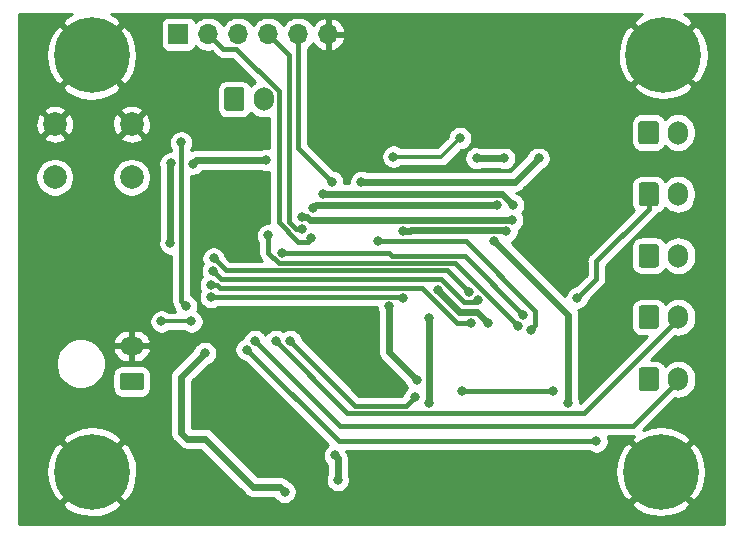
<source format=gbr>
G04 #@! TF.GenerationSoftware,KiCad,Pcbnew,(5.1.5)-3*
G04 #@! TF.CreationDate,2020-05-20T23:31:55+02:00*
G04 #@! TF.ProjectId,Carte_Phare,43617274-655f-4506-9861-72652e6b6963,rev?*
G04 #@! TF.SameCoordinates,Original*
G04 #@! TF.FileFunction,Copper,L2,Bot*
G04 #@! TF.FilePolarity,Positive*
%FSLAX46Y46*%
G04 Gerber Fmt 4.6, Leading zero omitted, Abs format (unit mm)*
G04 Created by KiCad (PCBNEW (5.1.5)-3) date 2020-05-20 23:31:55*
%MOMM*%
%LPD*%
G04 APERTURE LIST*
%ADD10C,0.800000*%
%ADD11C,6.400000*%
%ADD12O,1.700000X1.700000*%
%ADD13R,1.700000X1.700000*%
%ADD14C,2.000000*%
%ADD15O,1.700000X2.000000*%
%ADD16C,0.100000*%
%ADD17O,2.020000X1.500000*%
%ADD18C,0.600000*%
%ADD19C,0.400000*%
%ADD20C,0.350000*%
%ADD21C,0.300000*%
%ADD22C,0.254000*%
G04 APERTURE END LIST*
D10*
X125257056Y-80872944D03*
X123560000Y-80170000D03*
X121862944Y-80872944D03*
X121160000Y-82570000D03*
X121862944Y-84267056D03*
X123560000Y-84970000D03*
X125257056Y-84267056D03*
X125960000Y-82570000D03*
D11*
X123560000Y-82570000D03*
D10*
X125457056Y-45552944D03*
X123760000Y-44850000D03*
X122062944Y-45552944D03*
X121360000Y-47250000D03*
X122062944Y-48947056D03*
X123760000Y-49650000D03*
X125457056Y-48947056D03*
X126160000Y-47250000D03*
D11*
X123760000Y-47250000D03*
D10*
X77087056Y-80882944D03*
X75390000Y-80180000D03*
X73692944Y-80882944D03*
X72990000Y-82580000D03*
X73692944Y-84277056D03*
X75390000Y-84980000D03*
X77087056Y-84277056D03*
X77790000Y-82580000D03*
D11*
X75390000Y-82580000D03*
D10*
X77072056Y-45602944D03*
X75375000Y-44900000D03*
X73677944Y-45602944D03*
X72975000Y-47300000D03*
X73677944Y-48997056D03*
X75375000Y-49700000D03*
X77072056Y-48997056D03*
X77775000Y-47300000D03*
D11*
X75375000Y-47300000D03*
D12*
X95410000Y-45520000D03*
X92870000Y-45520000D03*
X90330000Y-45520000D03*
X87790000Y-45520000D03*
X85250000Y-45520000D03*
D13*
X82710000Y-45520000D03*
D14*
X72250000Y-57650000D03*
X72250000Y-53150000D03*
X78750000Y-57650000D03*
X78750000Y-53150000D03*
D15*
X125020000Y-53850000D03*
G04 #@! TA.AperFunction,ComponentPad*
D16*
G36*
X123144504Y-52851204D02*
G01*
X123168773Y-52854804D01*
X123192571Y-52860765D01*
X123215671Y-52869030D01*
X123237849Y-52879520D01*
X123258893Y-52892133D01*
X123278598Y-52906747D01*
X123296777Y-52923223D01*
X123313253Y-52941402D01*
X123327867Y-52961107D01*
X123340480Y-52982151D01*
X123350970Y-53004329D01*
X123359235Y-53027429D01*
X123365196Y-53051227D01*
X123368796Y-53075496D01*
X123370000Y-53100000D01*
X123370000Y-54600000D01*
X123368796Y-54624504D01*
X123365196Y-54648773D01*
X123359235Y-54672571D01*
X123350970Y-54695671D01*
X123340480Y-54717849D01*
X123327867Y-54738893D01*
X123313253Y-54758598D01*
X123296777Y-54776777D01*
X123278598Y-54793253D01*
X123258893Y-54807867D01*
X123237849Y-54820480D01*
X123215671Y-54830970D01*
X123192571Y-54839235D01*
X123168773Y-54845196D01*
X123144504Y-54848796D01*
X123120000Y-54850000D01*
X121920000Y-54850000D01*
X121895496Y-54848796D01*
X121871227Y-54845196D01*
X121847429Y-54839235D01*
X121824329Y-54830970D01*
X121802151Y-54820480D01*
X121781107Y-54807867D01*
X121761402Y-54793253D01*
X121743223Y-54776777D01*
X121726747Y-54758598D01*
X121712133Y-54738893D01*
X121699520Y-54717849D01*
X121689030Y-54695671D01*
X121680765Y-54672571D01*
X121674804Y-54648773D01*
X121671204Y-54624504D01*
X121670000Y-54600000D01*
X121670000Y-53100000D01*
X121671204Y-53075496D01*
X121674804Y-53051227D01*
X121680765Y-53027429D01*
X121689030Y-53004329D01*
X121699520Y-52982151D01*
X121712133Y-52961107D01*
X121726747Y-52941402D01*
X121743223Y-52923223D01*
X121761402Y-52906747D01*
X121781107Y-52892133D01*
X121802151Y-52879520D01*
X121824329Y-52869030D01*
X121847429Y-52860765D01*
X121871227Y-52854804D01*
X121895496Y-52851204D01*
X121920000Y-52850000D01*
X123120000Y-52850000D01*
X123144504Y-52851204D01*
G37*
G04 #@! TD.AperFunction*
D15*
X89960000Y-51020000D03*
G04 #@! TA.AperFunction,ComponentPad*
D16*
G36*
X88084504Y-50021204D02*
G01*
X88108773Y-50024804D01*
X88132571Y-50030765D01*
X88155671Y-50039030D01*
X88177849Y-50049520D01*
X88198893Y-50062133D01*
X88218598Y-50076747D01*
X88236777Y-50093223D01*
X88253253Y-50111402D01*
X88267867Y-50131107D01*
X88280480Y-50152151D01*
X88290970Y-50174329D01*
X88299235Y-50197429D01*
X88305196Y-50221227D01*
X88308796Y-50245496D01*
X88310000Y-50270000D01*
X88310000Y-51770000D01*
X88308796Y-51794504D01*
X88305196Y-51818773D01*
X88299235Y-51842571D01*
X88290970Y-51865671D01*
X88280480Y-51887849D01*
X88267867Y-51908893D01*
X88253253Y-51928598D01*
X88236777Y-51946777D01*
X88218598Y-51963253D01*
X88198893Y-51977867D01*
X88177849Y-51990480D01*
X88155671Y-52000970D01*
X88132571Y-52009235D01*
X88108773Y-52015196D01*
X88084504Y-52018796D01*
X88060000Y-52020000D01*
X86860000Y-52020000D01*
X86835496Y-52018796D01*
X86811227Y-52015196D01*
X86787429Y-52009235D01*
X86764329Y-52000970D01*
X86742151Y-51990480D01*
X86721107Y-51977867D01*
X86701402Y-51963253D01*
X86683223Y-51946777D01*
X86666747Y-51928598D01*
X86652133Y-51908893D01*
X86639520Y-51887849D01*
X86629030Y-51865671D01*
X86620765Y-51842571D01*
X86614804Y-51818773D01*
X86611204Y-51794504D01*
X86610000Y-51770000D01*
X86610000Y-50270000D01*
X86611204Y-50245496D01*
X86614804Y-50221227D01*
X86620765Y-50197429D01*
X86629030Y-50174329D01*
X86639520Y-50152151D01*
X86652133Y-50131107D01*
X86666747Y-50111402D01*
X86683223Y-50093223D01*
X86701402Y-50076747D01*
X86721107Y-50062133D01*
X86742151Y-50049520D01*
X86764329Y-50039030D01*
X86787429Y-50030765D01*
X86811227Y-50024804D01*
X86835496Y-50021204D01*
X86860000Y-50020000D01*
X88060000Y-50020000D01*
X88084504Y-50021204D01*
G37*
G04 #@! TD.AperFunction*
D15*
X125030000Y-59080000D03*
G04 #@! TA.AperFunction,ComponentPad*
D16*
G36*
X123154504Y-58081204D02*
G01*
X123178773Y-58084804D01*
X123202571Y-58090765D01*
X123225671Y-58099030D01*
X123247849Y-58109520D01*
X123268893Y-58122133D01*
X123288598Y-58136747D01*
X123306777Y-58153223D01*
X123323253Y-58171402D01*
X123337867Y-58191107D01*
X123350480Y-58212151D01*
X123360970Y-58234329D01*
X123369235Y-58257429D01*
X123375196Y-58281227D01*
X123378796Y-58305496D01*
X123380000Y-58330000D01*
X123380000Y-59830000D01*
X123378796Y-59854504D01*
X123375196Y-59878773D01*
X123369235Y-59902571D01*
X123360970Y-59925671D01*
X123350480Y-59947849D01*
X123337867Y-59968893D01*
X123323253Y-59988598D01*
X123306777Y-60006777D01*
X123288598Y-60023253D01*
X123268893Y-60037867D01*
X123247849Y-60050480D01*
X123225671Y-60060970D01*
X123202571Y-60069235D01*
X123178773Y-60075196D01*
X123154504Y-60078796D01*
X123130000Y-60080000D01*
X121930000Y-60080000D01*
X121905496Y-60078796D01*
X121881227Y-60075196D01*
X121857429Y-60069235D01*
X121834329Y-60060970D01*
X121812151Y-60050480D01*
X121791107Y-60037867D01*
X121771402Y-60023253D01*
X121753223Y-60006777D01*
X121736747Y-59988598D01*
X121722133Y-59968893D01*
X121709520Y-59947849D01*
X121699030Y-59925671D01*
X121690765Y-59902571D01*
X121684804Y-59878773D01*
X121681204Y-59854504D01*
X121680000Y-59830000D01*
X121680000Y-58330000D01*
X121681204Y-58305496D01*
X121684804Y-58281227D01*
X121690765Y-58257429D01*
X121699030Y-58234329D01*
X121709520Y-58212151D01*
X121722133Y-58191107D01*
X121736747Y-58171402D01*
X121753223Y-58153223D01*
X121771402Y-58136747D01*
X121791107Y-58122133D01*
X121812151Y-58109520D01*
X121834329Y-58099030D01*
X121857429Y-58090765D01*
X121881227Y-58084804D01*
X121905496Y-58081204D01*
X121930000Y-58080000D01*
X123130000Y-58080000D01*
X123154504Y-58081204D01*
G37*
G04 #@! TD.AperFunction*
D15*
X125040000Y-64280000D03*
G04 #@! TA.AperFunction,ComponentPad*
D16*
G36*
X123164504Y-63281204D02*
G01*
X123188773Y-63284804D01*
X123212571Y-63290765D01*
X123235671Y-63299030D01*
X123257849Y-63309520D01*
X123278893Y-63322133D01*
X123298598Y-63336747D01*
X123316777Y-63353223D01*
X123333253Y-63371402D01*
X123347867Y-63391107D01*
X123360480Y-63412151D01*
X123370970Y-63434329D01*
X123379235Y-63457429D01*
X123385196Y-63481227D01*
X123388796Y-63505496D01*
X123390000Y-63530000D01*
X123390000Y-65030000D01*
X123388796Y-65054504D01*
X123385196Y-65078773D01*
X123379235Y-65102571D01*
X123370970Y-65125671D01*
X123360480Y-65147849D01*
X123347867Y-65168893D01*
X123333253Y-65188598D01*
X123316777Y-65206777D01*
X123298598Y-65223253D01*
X123278893Y-65237867D01*
X123257849Y-65250480D01*
X123235671Y-65260970D01*
X123212571Y-65269235D01*
X123188773Y-65275196D01*
X123164504Y-65278796D01*
X123140000Y-65280000D01*
X121940000Y-65280000D01*
X121915496Y-65278796D01*
X121891227Y-65275196D01*
X121867429Y-65269235D01*
X121844329Y-65260970D01*
X121822151Y-65250480D01*
X121801107Y-65237867D01*
X121781402Y-65223253D01*
X121763223Y-65206777D01*
X121746747Y-65188598D01*
X121732133Y-65168893D01*
X121719520Y-65147849D01*
X121709030Y-65125671D01*
X121700765Y-65102571D01*
X121694804Y-65078773D01*
X121691204Y-65054504D01*
X121690000Y-65030000D01*
X121690000Y-63530000D01*
X121691204Y-63505496D01*
X121694804Y-63481227D01*
X121700765Y-63457429D01*
X121709030Y-63434329D01*
X121719520Y-63412151D01*
X121732133Y-63391107D01*
X121746747Y-63371402D01*
X121763223Y-63353223D01*
X121781402Y-63336747D01*
X121801107Y-63322133D01*
X121822151Y-63309520D01*
X121844329Y-63299030D01*
X121867429Y-63290765D01*
X121891227Y-63284804D01*
X121915496Y-63281204D01*
X121940000Y-63280000D01*
X123140000Y-63280000D01*
X123164504Y-63281204D01*
G37*
G04 #@! TD.AperFunction*
D15*
X125040000Y-74730000D03*
G04 #@! TA.AperFunction,ComponentPad*
D16*
G36*
X123164504Y-73731204D02*
G01*
X123188773Y-73734804D01*
X123212571Y-73740765D01*
X123235671Y-73749030D01*
X123257849Y-73759520D01*
X123278893Y-73772133D01*
X123298598Y-73786747D01*
X123316777Y-73803223D01*
X123333253Y-73821402D01*
X123347867Y-73841107D01*
X123360480Y-73862151D01*
X123370970Y-73884329D01*
X123379235Y-73907429D01*
X123385196Y-73931227D01*
X123388796Y-73955496D01*
X123390000Y-73980000D01*
X123390000Y-75480000D01*
X123388796Y-75504504D01*
X123385196Y-75528773D01*
X123379235Y-75552571D01*
X123370970Y-75575671D01*
X123360480Y-75597849D01*
X123347867Y-75618893D01*
X123333253Y-75638598D01*
X123316777Y-75656777D01*
X123298598Y-75673253D01*
X123278893Y-75687867D01*
X123257849Y-75700480D01*
X123235671Y-75710970D01*
X123212571Y-75719235D01*
X123188773Y-75725196D01*
X123164504Y-75728796D01*
X123140000Y-75730000D01*
X121940000Y-75730000D01*
X121915496Y-75728796D01*
X121891227Y-75725196D01*
X121867429Y-75719235D01*
X121844329Y-75710970D01*
X121822151Y-75700480D01*
X121801107Y-75687867D01*
X121781402Y-75673253D01*
X121763223Y-75656777D01*
X121746747Y-75638598D01*
X121732133Y-75618893D01*
X121719520Y-75597849D01*
X121709030Y-75575671D01*
X121700765Y-75552571D01*
X121694804Y-75528773D01*
X121691204Y-75504504D01*
X121690000Y-75480000D01*
X121690000Y-73980000D01*
X121691204Y-73955496D01*
X121694804Y-73931227D01*
X121700765Y-73907429D01*
X121709030Y-73884329D01*
X121719520Y-73862151D01*
X121732133Y-73841107D01*
X121746747Y-73821402D01*
X121763223Y-73803223D01*
X121781402Y-73786747D01*
X121801107Y-73772133D01*
X121822151Y-73759520D01*
X121844329Y-73749030D01*
X121867429Y-73740765D01*
X121891227Y-73734804D01*
X121915496Y-73731204D01*
X121940000Y-73730000D01*
X123140000Y-73730000D01*
X123164504Y-73731204D01*
G37*
G04 #@! TD.AperFunction*
D15*
X125040000Y-69480000D03*
G04 #@! TA.AperFunction,ComponentPad*
D16*
G36*
X123164504Y-68481204D02*
G01*
X123188773Y-68484804D01*
X123212571Y-68490765D01*
X123235671Y-68499030D01*
X123257849Y-68509520D01*
X123278893Y-68522133D01*
X123298598Y-68536747D01*
X123316777Y-68553223D01*
X123333253Y-68571402D01*
X123347867Y-68591107D01*
X123360480Y-68612151D01*
X123370970Y-68634329D01*
X123379235Y-68657429D01*
X123385196Y-68681227D01*
X123388796Y-68705496D01*
X123390000Y-68730000D01*
X123390000Y-70230000D01*
X123388796Y-70254504D01*
X123385196Y-70278773D01*
X123379235Y-70302571D01*
X123370970Y-70325671D01*
X123360480Y-70347849D01*
X123347867Y-70368893D01*
X123333253Y-70388598D01*
X123316777Y-70406777D01*
X123298598Y-70423253D01*
X123278893Y-70437867D01*
X123257849Y-70450480D01*
X123235671Y-70460970D01*
X123212571Y-70469235D01*
X123188773Y-70475196D01*
X123164504Y-70478796D01*
X123140000Y-70480000D01*
X121940000Y-70480000D01*
X121915496Y-70478796D01*
X121891227Y-70475196D01*
X121867429Y-70469235D01*
X121844329Y-70460970D01*
X121822151Y-70450480D01*
X121801107Y-70437867D01*
X121781402Y-70423253D01*
X121763223Y-70406777D01*
X121746747Y-70388598D01*
X121732133Y-70368893D01*
X121719520Y-70347849D01*
X121709030Y-70325671D01*
X121700765Y-70302571D01*
X121694804Y-70278773D01*
X121691204Y-70254504D01*
X121690000Y-70230000D01*
X121690000Y-68730000D01*
X121691204Y-68705496D01*
X121694804Y-68681227D01*
X121700765Y-68657429D01*
X121709030Y-68634329D01*
X121719520Y-68612151D01*
X121732133Y-68591107D01*
X121746747Y-68571402D01*
X121763223Y-68553223D01*
X121781402Y-68536747D01*
X121801107Y-68522133D01*
X121822151Y-68509520D01*
X121844329Y-68499030D01*
X121867429Y-68490765D01*
X121891227Y-68484804D01*
X121915496Y-68481204D01*
X121940000Y-68480000D01*
X123140000Y-68480000D01*
X123164504Y-68481204D01*
G37*
G04 #@! TD.AperFunction*
D17*
X78775000Y-71925000D03*
G04 #@! TA.AperFunction,ComponentPad*
D16*
G36*
X79559504Y-74176204D02*
G01*
X79583773Y-74179804D01*
X79607571Y-74185765D01*
X79630671Y-74194030D01*
X79652849Y-74204520D01*
X79673893Y-74217133D01*
X79693598Y-74231747D01*
X79711777Y-74248223D01*
X79728253Y-74266402D01*
X79742867Y-74286107D01*
X79755480Y-74307151D01*
X79765970Y-74329329D01*
X79774235Y-74352429D01*
X79780196Y-74376227D01*
X79783796Y-74400496D01*
X79785000Y-74425000D01*
X79785000Y-75425000D01*
X79783796Y-75449504D01*
X79780196Y-75473773D01*
X79774235Y-75497571D01*
X79765970Y-75520671D01*
X79755480Y-75542849D01*
X79742867Y-75563893D01*
X79728253Y-75583598D01*
X79711777Y-75601777D01*
X79693598Y-75618253D01*
X79673893Y-75632867D01*
X79652849Y-75645480D01*
X79630671Y-75655970D01*
X79607571Y-75664235D01*
X79583773Y-75670196D01*
X79559504Y-75673796D01*
X79535000Y-75675000D01*
X78015000Y-75675000D01*
X77990496Y-75673796D01*
X77966227Y-75670196D01*
X77942429Y-75664235D01*
X77919329Y-75655970D01*
X77897151Y-75645480D01*
X77876107Y-75632867D01*
X77856402Y-75618253D01*
X77838223Y-75601777D01*
X77821747Y-75583598D01*
X77807133Y-75563893D01*
X77794520Y-75542849D01*
X77784030Y-75520671D01*
X77775765Y-75497571D01*
X77769804Y-75473773D01*
X77766204Y-75449504D01*
X77765000Y-75425000D01*
X77765000Y-74425000D01*
X77766204Y-74400496D01*
X77769804Y-74376227D01*
X77775765Y-74352429D01*
X77784030Y-74329329D01*
X77794520Y-74307151D01*
X77807133Y-74286107D01*
X77821747Y-74266402D01*
X77838223Y-74248223D01*
X77856402Y-74231747D01*
X77876107Y-74217133D01*
X77897151Y-74204520D01*
X77919329Y-74194030D01*
X77942429Y-74185765D01*
X77966227Y-74179804D01*
X77990496Y-74176204D01*
X78015000Y-74175000D01*
X79535000Y-74175000D01*
X79559504Y-74176204D01*
G37*
G04 #@! TD.AperFunction*
D10*
X96520000Y-73660000D03*
X99935000Y-73645000D03*
X99830000Y-51560000D03*
X101120000Y-46820000D03*
X114410000Y-54870000D03*
X108175000Y-54845000D03*
X91710000Y-84270000D03*
X84960000Y-72520000D03*
X96210000Y-83270000D03*
X95961498Y-81194990D03*
X113210000Y-56020000D03*
X98210000Y-58020000D03*
X90140000Y-56180000D03*
X83940000Y-56490000D03*
X82041992Y-63246000D03*
X82060000Y-56470000D03*
X89210000Y-71520000D03*
X107297718Y-67363142D03*
X85707015Y-64511044D03*
X108048335Y-68023897D03*
X85647294Y-65582709D03*
X85460000Y-67770000D03*
X101710000Y-67870000D03*
X101760000Y-62219994D03*
X110490000Y-62230000D03*
X85460000Y-66769997D03*
X107460000Y-70020000D03*
X116510000Y-67819999D03*
X111460000Y-70270000D03*
X90310000Y-62570000D03*
X94960000Y-59020000D03*
X111045888Y-59971078D03*
X112550460Y-70572510D03*
X99610000Y-63040000D03*
X109710000Y-60020012D03*
X94138124Y-60245719D03*
X110960000Y-61270000D03*
X93194737Y-60995020D03*
X111909996Y-69270000D03*
X91460000Y-64020000D03*
X106560000Y-54320000D03*
X100930000Y-55900000D03*
X100535000Y-68570000D03*
X102885000Y-74795000D03*
X104712234Y-67219989D03*
X108960000Y-70020000D03*
X115710000Y-76770000D03*
X109460000Y-63020000D03*
X107959994Y-56020000D03*
X103960000Y-76770000D03*
X103960000Y-69520008D03*
X110285000Y-56020000D03*
X90960000Y-71520000D03*
X92210000Y-71520000D03*
X102710000Y-76270000D03*
X106710000Y-75770000D03*
X114460000Y-75770000D03*
X88502892Y-72227108D03*
X118110000Y-80010000D03*
X83820000Y-69850000D03*
X81280000Y-69850000D03*
X95710000Y-58020000D03*
X93210000Y-62020000D03*
X93965774Y-62790769D03*
X83360000Y-68550791D03*
X82960000Y-54695000D03*
D18*
X96520000Y-73660000D02*
X99920000Y-73660000D01*
X99920000Y-73660000D02*
X99935000Y-73645000D01*
X99830000Y-51560000D02*
X99830000Y-48110000D01*
X99830000Y-48110000D02*
X101120000Y-46820000D01*
X114410000Y-54870000D02*
X108200000Y-54870000D01*
X108200000Y-54870000D02*
X108175000Y-54845000D01*
X91310001Y-83870001D02*
X89060001Y-83870001D01*
X91710000Y-84270000D02*
X91310001Y-83870001D01*
X89060001Y-83870001D02*
X84960000Y-79770000D01*
X84960000Y-79770000D02*
X83460000Y-79770000D01*
X83460000Y-79770000D02*
X82960000Y-79270000D01*
X82960000Y-79270000D02*
X82960000Y-74520000D01*
X82960000Y-74520000D02*
X84960000Y-72520000D01*
X96210000Y-83270000D02*
X96210000Y-81443492D01*
X96210000Y-81443492D02*
X95961498Y-81194990D01*
X111210000Y-58020000D02*
X98210000Y-58020000D01*
X113210000Y-56020000D02*
X111210000Y-58020000D01*
X90140000Y-56180000D02*
X84250000Y-56180000D01*
X84250000Y-56180000D02*
X83940000Y-56490000D01*
X82041992Y-56488008D02*
X82060000Y-56470000D01*
X82041992Y-63246000D02*
X82041992Y-56488008D01*
D19*
X125040000Y-74880000D02*
X125040000Y-74730000D01*
X121180000Y-78740000D02*
X125040000Y-74880000D01*
X89210000Y-71520000D02*
X96430000Y-78740000D01*
X96430000Y-78740000D02*
X121180000Y-78740000D01*
X106897719Y-66963143D02*
X107297718Y-67363142D01*
X85707015Y-64511044D02*
X86718720Y-65522749D01*
X105457325Y-65522749D02*
X106897719Y-66963143D01*
X86718720Y-65522749D02*
X105457325Y-65522749D01*
X108048335Y-68023897D02*
X107852234Y-68219998D01*
X86047293Y-65982708D02*
X85647294Y-65582709D01*
X86334585Y-66270000D02*
X86047293Y-65982708D01*
X104960000Y-66270000D02*
X86334585Y-66270000D01*
X107852234Y-68219998D02*
X106909998Y-68219998D01*
X106909998Y-68219998D02*
X104960000Y-66270000D01*
X85460000Y-67770000D02*
X101610000Y-67770000D01*
X101610000Y-67770000D02*
X101710000Y-67870000D01*
D18*
X110379999Y-62119999D02*
X110490000Y-62230000D01*
X101760000Y-62219994D02*
X102325685Y-62219994D01*
X102425680Y-62119999D02*
X110379999Y-62119999D01*
X102325685Y-62219994D02*
X102425680Y-62119999D01*
D19*
X85986039Y-66769997D02*
X86250237Y-67034195D01*
X85460000Y-66769997D02*
X85986039Y-66769997D01*
X86250237Y-67034195D02*
X98596019Y-67034195D01*
X98596019Y-67034195D02*
X98604532Y-67025682D01*
X98604532Y-67025682D02*
X103333925Y-67025682D01*
X103333925Y-67025682D02*
X106328243Y-70020000D01*
X106894315Y-70020000D02*
X107460000Y-70020000D01*
X106328243Y-70020000D02*
X106894315Y-70020000D01*
X122530000Y-60350000D02*
X122530000Y-59080000D01*
X118110000Y-64770000D02*
X122530000Y-60350000D01*
X116510000Y-67819999D02*
X118110000Y-66219999D01*
X118110000Y-66219999D02*
X118110000Y-64770000D01*
X90310000Y-63135685D02*
X90310000Y-62570000D01*
X106112738Y-64922738D02*
X91222053Y-64922738D01*
X90310000Y-64010685D02*
X90310000Y-63135685D01*
X91222053Y-64922738D02*
X90310000Y-64010685D01*
X111460000Y-70270000D02*
X106112738Y-64922738D01*
D18*
X110094810Y-59020000D02*
X111045888Y-59971078D01*
X94960000Y-59020000D02*
X110094810Y-59020000D01*
D19*
X107045685Y-63040000D02*
X100175685Y-63040000D01*
X100175685Y-63040000D02*
X99610000Y-63040000D01*
X112950459Y-70172511D02*
X112950459Y-68944774D01*
X112950459Y-68944774D02*
X107045685Y-63040000D01*
X112550460Y-70572510D02*
X112950459Y-70172511D01*
D18*
X94363831Y-60020012D02*
X94138124Y-60245719D01*
X109710000Y-60020012D02*
X94363831Y-60020012D01*
X93892004Y-61270000D02*
X93617024Y-60995020D01*
X102842004Y-61270000D02*
X102817004Y-61245000D01*
X102260000Y-61270000D02*
X93892004Y-61270000D01*
X93617024Y-60995020D02*
X93194737Y-60995020D01*
X110960000Y-61270000D02*
X102842004Y-61270000D01*
X102817004Y-61245000D02*
X102285000Y-61245000D01*
X102285000Y-61245000D02*
X102260000Y-61270000D01*
D19*
X100552498Y-64020000D02*
X92025685Y-64020000D01*
X100838251Y-64305753D02*
X100552498Y-64020000D01*
X92025685Y-64020000D02*
X91460000Y-64020000D01*
X111909996Y-69270000D02*
X106945749Y-64305753D01*
X106945749Y-64305753D02*
X100838251Y-64305753D01*
D20*
X104980000Y-55900000D02*
X101495685Y-55900000D01*
X106560000Y-54320000D02*
X104980000Y-55900000D01*
X101495685Y-55900000D02*
X100930000Y-55900000D01*
D18*
X100535000Y-68570000D02*
X100535000Y-72445000D01*
X100535000Y-72445000D02*
X102885000Y-74795000D01*
X108560001Y-69620001D02*
X108960000Y-70020000D01*
X104712234Y-67219989D02*
X106512244Y-69019999D01*
X106512244Y-69019999D02*
X107959999Y-69019999D01*
X107959999Y-69019999D02*
X108560001Y-69620001D01*
X115710000Y-69270000D02*
X109460000Y-63020000D01*
X115710000Y-76770000D02*
X115710000Y-69270000D01*
X103960000Y-76770000D02*
X103960000Y-69520008D01*
X107959994Y-56020000D02*
X110285000Y-56020000D01*
D19*
X97010001Y-77570001D02*
X90960000Y-71520000D01*
X117099999Y-77570001D02*
X97010001Y-77570001D01*
X125040000Y-69630000D02*
X117099999Y-77570001D01*
X125040000Y-69480000D02*
X125040000Y-69630000D01*
X92210000Y-71520000D02*
X97659991Y-76969991D01*
X97659991Y-76969991D02*
X102010009Y-76969991D01*
X102010009Y-76969991D02*
X102710000Y-76270000D01*
X106710000Y-75770000D02*
X114460000Y-75770000D01*
X88502892Y-72227108D02*
X96285784Y-80010000D01*
X96285784Y-80010000D02*
X118110000Y-80010000D01*
D21*
X83820000Y-69850000D02*
X81280000Y-69850000D01*
D19*
X92870000Y-45520000D02*
X92870000Y-55180000D01*
X92870000Y-55180000D02*
X95710000Y-58020000D01*
X92644315Y-62020000D02*
X93210000Y-62020000D01*
X90330000Y-45520000D02*
X92060001Y-47250001D01*
X92060001Y-61435686D02*
X92644315Y-62020000D01*
X92060001Y-47250001D02*
X92060001Y-61435686D01*
X91210000Y-61434227D02*
X91210000Y-50352219D01*
X93965774Y-62790769D02*
X93650791Y-63105752D01*
X91210000Y-50352219D02*
X87627782Y-46770001D01*
X86099999Y-46369999D02*
X85250000Y-45520000D01*
X93650791Y-63105752D02*
X92881525Y-63105752D01*
X86500001Y-46770001D02*
X86099999Y-46369999D01*
X92881525Y-63105752D02*
X91210000Y-61434227D01*
X87627782Y-46770001D02*
X86500001Y-46770001D01*
X83360000Y-68550791D02*
X82960000Y-68150791D01*
X82960000Y-68150791D02*
X82960000Y-55260685D01*
X82960000Y-55260685D02*
X82960000Y-54695000D01*
D22*
G36*
X73254330Y-44082445D02*
G01*
X73213912Y-44109452D01*
X72853724Y-44599119D01*
X75375000Y-47120395D01*
X77896276Y-44599119D01*
X77536088Y-44109452D01*
X77039536Y-43840000D01*
X122004898Y-43840000D01*
X121639330Y-44032445D01*
X121598912Y-44059452D01*
X121238724Y-44549119D01*
X123760000Y-47070395D01*
X126281276Y-44549119D01*
X125921088Y-44059452D01*
X125516677Y-43840000D01*
X128880001Y-43840000D01*
X128880000Y-86970000D01*
X69240000Y-86970000D01*
X69240000Y-85280881D01*
X72868724Y-85280881D01*
X73228912Y-85770548D01*
X73892882Y-86130849D01*
X74614385Y-86354694D01*
X75365695Y-86433480D01*
X76117938Y-86364178D01*
X76842208Y-86149452D01*
X77510670Y-85797555D01*
X77551088Y-85770548D01*
X77911276Y-85280881D01*
X75390000Y-82759605D01*
X72868724Y-85280881D01*
X69240000Y-85280881D01*
X69240000Y-82555695D01*
X71536520Y-82555695D01*
X71605822Y-83307938D01*
X71820548Y-84032208D01*
X72172445Y-84700670D01*
X72199452Y-84741088D01*
X72689119Y-85101276D01*
X75210395Y-82580000D01*
X75569605Y-82580000D01*
X78090881Y-85101276D01*
X78580548Y-84741088D01*
X78940849Y-84077118D01*
X79164694Y-83355615D01*
X79243480Y-82604305D01*
X79174178Y-81852062D01*
X78959452Y-81127792D01*
X78607555Y-80459330D01*
X78580548Y-80418912D01*
X78090881Y-80058724D01*
X75569605Y-82580000D01*
X75210395Y-82580000D01*
X72689119Y-80058724D01*
X72199452Y-80418912D01*
X71839151Y-81082882D01*
X71615306Y-81804385D01*
X71536520Y-82555695D01*
X69240000Y-82555695D01*
X69240000Y-79879119D01*
X72868724Y-79879119D01*
X75390000Y-82400395D01*
X77911276Y-79879119D01*
X77551088Y-79389452D01*
X76887118Y-79029151D01*
X76165615Y-78805306D01*
X75414305Y-78726520D01*
X74662062Y-78795822D01*
X73937792Y-79010548D01*
X73269330Y-79362445D01*
X73228912Y-79389452D01*
X72868724Y-79879119D01*
X69240000Y-79879119D01*
X69240000Y-73214721D01*
X72320000Y-73214721D01*
X72320000Y-73635279D01*
X72402047Y-74047756D01*
X72562988Y-74436302D01*
X72796637Y-74785983D01*
X73094017Y-75083363D01*
X73443698Y-75317012D01*
X73832244Y-75477953D01*
X74244721Y-75560000D01*
X74665279Y-75560000D01*
X75077756Y-75477953D01*
X75466302Y-75317012D01*
X75815983Y-75083363D01*
X76113363Y-74785983D01*
X76347012Y-74436302D01*
X76351693Y-74425000D01*
X77126928Y-74425000D01*
X77126928Y-75425000D01*
X77143992Y-75598254D01*
X77194528Y-75764850D01*
X77276595Y-75918386D01*
X77387038Y-76052962D01*
X77521614Y-76163405D01*
X77675150Y-76245472D01*
X77841746Y-76296008D01*
X78015000Y-76313072D01*
X79535000Y-76313072D01*
X79708254Y-76296008D01*
X79874850Y-76245472D01*
X80028386Y-76163405D01*
X80162962Y-76052962D01*
X80273405Y-75918386D01*
X80355472Y-75764850D01*
X80406008Y-75598254D01*
X80423072Y-75425000D01*
X80423072Y-74520000D01*
X82020476Y-74520000D01*
X82025001Y-74565942D01*
X82025000Y-79224068D01*
X82020476Y-79270000D01*
X82025000Y-79315931D01*
X82038529Y-79453291D01*
X82091993Y-79629539D01*
X82178814Y-79791971D01*
X82295656Y-79934344D01*
X82331342Y-79963631D01*
X82766366Y-80398654D01*
X82795656Y-80434344D01*
X82938028Y-80551186D01*
X83100460Y-80638007D01*
X83161160Y-80656420D01*
X83276708Y-80691472D01*
X83460000Y-80709524D01*
X83505935Y-80705000D01*
X84572711Y-80705000D01*
X88366375Y-84498665D01*
X88395657Y-84534345D01*
X88538029Y-84651187D01*
X88700461Y-84738008D01*
X88873159Y-84790395D01*
X88876709Y-84791472D01*
X89060000Y-84809525D01*
X89105932Y-84805001D01*
X90822693Y-84805001D01*
X90906063Y-84929774D01*
X91050226Y-85073937D01*
X91219744Y-85187205D01*
X91408102Y-85265226D01*
X91608061Y-85305000D01*
X91811939Y-85305000D01*
X91983468Y-85270881D01*
X121038724Y-85270881D01*
X121398912Y-85760548D01*
X122062882Y-86120849D01*
X122784385Y-86344694D01*
X123535695Y-86423480D01*
X124287938Y-86354178D01*
X125012208Y-86139452D01*
X125680670Y-85787555D01*
X125721088Y-85760548D01*
X126081276Y-85270881D01*
X123560000Y-82749605D01*
X121038724Y-85270881D01*
X91983468Y-85270881D01*
X92011898Y-85265226D01*
X92200256Y-85187205D01*
X92369774Y-85073937D01*
X92513937Y-84929774D01*
X92627205Y-84760256D01*
X92705226Y-84571898D01*
X92745000Y-84371939D01*
X92745000Y-84168061D01*
X92705226Y-83968102D01*
X92627205Y-83779744D01*
X92513937Y-83610226D01*
X92369774Y-83466063D01*
X92200256Y-83352795D01*
X92054858Y-83292569D01*
X92003631Y-83241342D01*
X91974345Y-83205657D01*
X91831973Y-83088815D01*
X91669541Y-83001994D01*
X91493293Y-82948530D01*
X91355933Y-82935001D01*
X91310001Y-82930477D01*
X91264069Y-82935001D01*
X89447291Y-82935001D01*
X85653630Y-79141341D01*
X85624344Y-79105656D01*
X85481972Y-78988814D01*
X85319540Y-78901993D01*
X85143292Y-78848529D01*
X85005932Y-78835000D01*
X84960000Y-78830476D01*
X84914068Y-78835000D01*
X83895000Y-78835000D01*
X83895000Y-74907289D01*
X85304859Y-73497431D01*
X85450256Y-73437205D01*
X85619774Y-73323937D01*
X85763937Y-73179774D01*
X85877205Y-73010256D01*
X85955226Y-72821898D01*
X85995000Y-72621939D01*
X85995000Y-72418061D01*
X85955226Y-72218102D01*
X85877205Y-72029744D01*
X85763937Y-71860226D01*
X85619774Y-71716063D01*
X85450256Y-71602795D01*
X85261898Y-71524774D01*
X85061939Y-71485000D01*
X84858061Y-71485000D01*
X84658102Y-71524774D01*
X84469744Y-71602795D01*
X84300226Y-71716063D01*
X84156063Y-71860226D01*
X84042795Y-72029744D01*
X83982569Y-72175141D01*
X82331336Y-73826375D01*
X82295657Y-73855656D01*
X82178815Y-73998028D01*
X82155867Y-74040961D01*
X82091994Y-74160460D01*
X82038529Y-74336709D01*
X82020476Y-74520000D01*
X80423072Y-74520000D01*
X80423072Y-74425000D01*
X80406008Y-74251746D01*
X80355472Y-74085150D01*
X80273405Y-73931614D01*
X80162962Y-73797038D01*
X80028386Y-73686595D01*
X79874850Y-73604528D01*
X79708254Y-73553992D01*
X79535000Y-73536928D01*
X78015000Y-73536928D01*
X77841746Y-73553992D01*
X77675150Y-73604528D01*
X77521614Y-73686595D01*
X77387038Y-73797038D01*
X77276595Y-73931614D01*
X77194528Y-74085150D01*
X77143992Y-74251746D01*
X77126928Y-74425000D01*
X76351693Y-74425000D01*
X76507953Y-74047756D01*
X76590000Y-73635279D01*
X76590000Y-73214721D01*
X76507953Y-72802244D01*
X76347012Y-72413698D01*
X76248448Y-72266185D01*
X77172682Y-72266185D01*
X77186827Y-72337684D01*
X77292858Y-72588868D01*
X77445855Y-72814540D01*
X77639939Y-73006028D01*
X77867651Y-73155972D01*
X78120240Y-73258611D01*
X78388000Y-73310000D01*
X78648000Y-73310000D01*
X78648000Y-72052000D01*
X78902000Y-72052000D01*
X78902000Y-73310000D01*
X79162000Y-73310000D01*
X79429760Y-73258611D01*
X79682349Y-73155972D01*
X79910061Y-73006028D01*
X80104145Y-72814540D01*
X80257142Y-72588868D01*
X80363173Y-72337684D01*
X80377318Y-72266185D01*
X80254656Y-72052000D01*
X78902000Y-72052000D01*
X78648000Y-72052000D01*
X77295344Y-72052000D01*
X77172682Y-72266185D01*
X76248448Y-72266185D01*
X76113363Y-72064017D01*
X75815983Y-71766637D01*
X75542371Y-71583815D01*
X77172682Y-71583815D01*
X77295344Y-71798000D01*
X78648000Y-71798000D01*
X78648000Y-70540000D01*
X78902000Y-70540000D01*
X78902000Y-71798000D01*
X80254656Y-71798000D01*
X80377318Y-71583815D01*
X80363173Y-71512316D01*
X80257142Y-71261132D01*
X80104145Y-71035460D01*
X79910061Y-70843972D01*
X79682349Y-70694028D01*
X79429760Y-70591389D01*
X79162000Y-70540000D01*
X78902000Y-70540000D01*
X78648000Y-70540000D01*
X78388000Y-70540000D01*
X78120240Y-70591389D01*
X77867651Y-70694028D01*
X77639939Y-70843972D01*
X77445855Y-71035460D01*
X77292858Y-71261132D01*
X77186827Y-71512316D01*
X77172682Y-71583815D01*
X75542371Y-71583815D01*
X75466302Y-71532988D01*
X75077756Y-71372047D01*
X74665279Y-71290000D01*
X74244721Y-71290000D01*
X73832244Y-71372047D01*
X73443698Y-71532988D01*
X73094017Y-71766637D01*
X72796637Y-72064017D01*
X72562988Y-72413698D01*
X72402047Y-72802244D01*
X72320000Y-73214721D01*
X69240000Y-73214721D01*
X69240000Y-69748061D01*
X80245000Y-69748061D01*
X80245000Y-69951939D01*
X80284774Y-70151898D01*
X80362795Y-70340256D01*
X80476063Y-70509774D01*
X80620226Y-70653937D01*
X80789744Y-70767205D01*
X80978102Y-70845226D01*
X81178061Y-70885000D01*
X81381939Y-70885000D01*
X81581898Y-70845226D01*
X81770256Y-70767205D01*
X81939774Y-70653937D01*
X81958711Y-70635000D01*
X83141289Y-70635000D01*
X83160226Y-70653937D01*
X83329744Y-70767205D01*
X83518102Y-70845226D01*
X83718061Y-70885000D01*
X83921939Y-70885000D01*
X84121898Y-70845226D01*
X84310256Y-70767205D01*
X84479774Y-70653937D01*
X84623937Y-70509774D01*
X84737205Y-70340256D01*
X84815226Y-70151898D01*
X84855000Y-69951939D01*
X84855000Y-69748061D01*
X84815226Y-69548102D01*
X84737205Y-69359744D01*
X84623937Y-69190226D01*
X84479774Y-69046063D01*
X84319489Y-68938964D01*
X84355226Y-68852689D01*
X84395000Y-68652730D01*
X84395000Y-68448852D01*
X84355226Y-68248893D01*
X84277205Y-68060535D01*
X84163937Y-67891017D01*
X84019774Y-67746854D01*
X83850256Y-67633586D01*
X83795000Y-67610698D01*
X83795000Y-57516435D01*
X83838061Y-57525000D01*
X84041939Y-57525000D01*
X84241898Y-57485226D01*
X84430256Y-57407205D01*
X84599774Y-57293937D01*
X84743937Y-57149774D01*
X84767172Y-57115000D01*
X89692705Y-57115000D01*
X89838102Y-57175226D01*
X90038061Y-57215000D01*
X90241939Y-57215000D01*
X90375000Y-57188533D01*
X90375000Y-61393208D01*
X90370960Y-61434227D01*
X90375000Y-61475245D01*
X90380885Y-61535000D01*
X90208061Y-61535000D01*
X90008102Y-61574774D01*
X89819744Y-61652795D01*
X89650226Y-61766063D01*
X89506063Y-61910226D01*
X89392795Y-62079744D01*
X89314774Y-62268102D01*
X89275000Y-62468061D01*
X89275000Y-62671939D01*
X89314774Y-62871898D01*
X89392795Y-63060256D01*
X89475000Y-63183285D01*
X89475000Y-63969667D01*
X89470960Y-64010685D01*
X89475000Y-64051703D01*
X89487082Y-64174373D01*
X89534828Y-64331771D01*
X89612364Y-64476830D01*
X89716709Y-64603976D01*
X89748578Y-64630130D01*
X89806197Y-64687749D01*
X87064588Y-64687749D01*
X86731107Y-64354269D01*
X86702241Y-64209146D01*
X86624220Y-64020788D01*
X86510952Y-63851270D01*
X86366789Y-63707107D01*
X86197271Y-63593839D01*
X86008913Y-63515818D01*
X85808954Y-63476044D01*
X85605076Y-63476044D01*
X85405117Y-63515818D01*
X85216759Y-63593839D01*
X85047241Y-63707107D01*
X84903078Y-63851270D01*
X84789810Y-64020788D01*
X84711789Y-64209146D01*
X84672015Y-64409105D01*
X84672015Y-64612983D01*
X84711789Y-64812942D01*
X84789810Y-65001300D01*
X84790403Y-65002187D01*
X84730089Y-65092453D01*
X84652068Y-65280811D01*
X84612294Y-65480770D01*
X84612294Y-65684648D01*
X84652068Y-65884607D01*
X84719320Y-66046966D01*
X84656063Y-66110223D01*
X84542795Y-66279741D01*
X84464774Y-66468099D01*
X84425000Y-66668058D01*
X84425000Y-66871936D01*
X84464774Y-67071895D01*
X84542795Y-67260253D01*
X84549307Y-67269999D01*
X84542795Y-67279744D01*
X84464774Y-67468102D01*
X84425000Y-67668061D01*
X84425000Y-67871939D01*
X84464774Y-68071898D01*
X84542795Y-68260256D01*
X84656063Y-68429774D01*
X84800226Y-68573937D01*
X84969744Y-68687205D01*
X85158102Y-68765226D01*
X85358061Y-68805000D01*
X85561939Y-68805000D01*
X85761898Y-68765226D01*
X85950256Y-68687205D01*
X86073285Y-68605000D01*
X99500000Y-68605000D01*
X99500000Y-68671939D01*
X99539774Y-68871898D01*
X99600000Y-69017296D01*
X99600001Y-72399058D01*
X99595476Y-72445000D01*
X99613529Y-72628291D01*
X99662140Y-72788537D01*
X99666994Y-72804540D01*
X99753815Y-72966972D01*
X99870657Y-73109344D01*
X99906336Y-73138625D01*
X101907569Y-75139858D01*
X101967795Y-75285256D01*
X102076760Y-75448334D01*
X102050226Y-75466063D01*
X101906063Y-75610226D01*
X101792795Y-75779744D01*
X101714774Y-75968102D01*
X101685908Y-76113225D01*
X101664141Y-76134991D01*
X98005859Y-76134991D01*
X93234093Y-71363226D01*
X93205226Y-71218102D01*
X93127205Y-71029744D01*
X93013937Y-70860226D01*
X92869774Y-70716063D01*
X92700256Y-70602795D01*
X92511898Y-70524774D01*
X92311939Y-70485000D01*
X92108061Y-70485000D01*
X91908102Y-70524774D01*
X91719744Y-70602795D01*
X91585000Y-70692828D01*
X91450256Y-70602795D01*
X91261898Y-70524774D01*
X91061939Y-70485000D01*
X90858061Y-70485000D01*
X90658102Y-70524774D01*
X90469744Y-70602795D01*
X90300226Y-70716063D01*
X90156063Y-70860226D01*
X90085000Y-70966580D01*
X90013937Y-70860226D01*
X89869774Y-70716063D01*
X89700256Y-70602795D01*
X89511898Y-70524774D01*
X89311939Y-70485000D01*
X89108061Y-70485000D01*
X88908102Y-70524774D01*
X88719744Y-70602795D01*
X88550226Y-70716063D01*
X88406063Y-70860226D01*
X88292795Y-71029744D01*
X88214774Y-71218102D01*
X88212488Y-71229596D01*
X88200994Y-71231882D01*
X88012636Y-71309903D01*
X87843118Y-71423171D01*
X87698955Y-71567334D01*
X87585687Y-71736852D01*
X87507666Y-71925210D01*
X87467892Y-72125169D01*
X87467892Y-72329047D01*
X87507666Y-72529006D01*
X87585687Y-72717364D01*
X87698955Y-72886882D01*
X87843118Y-73031045D01*
X88012636Y-73144313D01*
X88200994Y-73222334D01*
X88346118Y-73251201D01*
X95412171Y-80317255D01*
X95301724Y-80391053D01*
X95157561Y-80535216D01*
X95044293Y-80704734D01*
X94966272Y-80893092D01*
X94926498Y-81093051D01*
X94926498Y-81296929D01*
X94966272Y-81496888D01*
X95044293Y-81685246D01*
X95157561Y-81854764D01*
X95275001Y-81972204D01*
X95275000Y-82822704D01*
X95214774Y-82968102D01*
X95175000Y-83168061D01*
X95175000Y-83371939D01*
X95214774Y-83571898D01*
X95292795Y-83760256D01*
X95406063Y-83929774D01*
X95550226Y-84073937D01*
X95719744Y-84187205D01*
X95908102Y-84265226D01*
X96108061Y-84305000D01*
X96311939Y-84305000D01*
X96511898Y-84265226D01*
X96700256Y-84187205D01*
X96869774Y-84073937D01*
X97013937Y-83929774D01*
X97127205Y-83760256D01*
X97205226Y-83571898D01*
X97245000Y-83371939D01*
X97245000Y-83168061D01*
X97205226Y-82968102D01*
X97145000Y-82822705D01*
X97145000Y-82545695D01*
X119706520Y-82545695D01*
X119775822Y-83297938D01*
X119990548Y-84022208D01*
X120342445Y-84690670D01*
X120369452Y-84731088D01*
X120859119Y-85091276D01*
X123380395Y-82570000D01*
X123739605Y-82570000D01*
X126260881Y-85091276D01*
X126750548Y-84731088D01*
X127110849Y-84067118D01*
X127334694Y-83345615D01*
X127413480Y-82594305D01*
X127344178Y-81842062D01*
X127129452Y-81117792D01*
X126777555Y-80449330D01*
X126750548Y-80408912D01*
X126260881Y-80048724D01*
X123739605Y-82570000D01*
X123380395Y-82570000D01*
X120859119Y-80048724D01*
X120369452Y-80408912D01*
X120009151Y-81072882D01*
X119785306Y-81794385D01*
X119706520Y-82545695D01*
X97145000Y-82545695D01*
X97145000Y-81489424D01*
X97149524Y-81443492D01*
X97131471Y-81260200D01*
X97118188Y-81216413D01*
X97078007Y-81083952D01*
X96991186Y-80921520D01*
X96945380Y-80865705D01*
X96936803Y-80845000D01*
X117496715Y-80845000D01*
X117619744Y-80927205D01*
X117808102Y-81005226D01*
X118008061Y-81045000D01*
X118211939Y-81045000D01*
X118411898Y-81005226D01*
X118600256Y-80927205D01*
X118769774Y-80813937D01*
X118913937Y-80669774D01*
X119027205Y-80500256D01*
X119105226Y-80311898D01*
X119145000Y-80111939D01*
X119145000Y-79908061D01*
X119105226Y-79708102D01*
X119050093Y-79575000D01*
X121138982Y-79575000D01*
X121180000Y-79579040D01*
X121221018Y-79575000D01*
X121221019Y-79575000D01*
X121257731Y-79571384D01*
X121038724Y-79869119D01*
X123560000Y-82390395D01*
X126081276Y-79869119D01*
X125721088Y-79379452D01*
X125057118Y-79019151D01*
X124335615Y-78795306D01*
X123584305Y-78716520D01*
X122832062Y-78785822D01*
X122107792Y-79000548D01*
X122092012Y-79008855D01*
X124756596Y-76344272D01*
X125040000Y-76372185D01*
X125331111Y-76343513D01*
X125611034Y-76258599D01*
X125869014Y-76120706D01*
X126095134Y-75935134D01*
X126280706Y-75709014D01*
X126418599Y-75451033D01*
X126503513Y-75171110D01*
X126525000Y-74952949D01*
X126525000Y-74507050D01*
X126503513Y-74288889D01*
X126418599Y-74008966D01*
X126280706Y-73750986D01*
X126095134Y-73524866D01*
X125869013Y-73339294D01*
X125611033Y-73201401D01*
X125331110Y-73116487D01*
X125040000Y-73087815D01*
X124748889Y-73116487D01*
X124468966Y-73201401D01*
X124210986Y-73339294D01*
X123984866Y-73524866D01*
X123932777Y-73588337D01*
X123878405Y-73486614D01*
X123767962Y-73352038D01*
X123633386Y-73241595D01*
X123479850Y-73159528D01*
X123313254Y-73108992D01*
X123140000Y-73091928D01*
X122758940Y-73091928D01*
X124756596Y-71094272D01*
X125040000Y-71122185D01*
X125331111Y-71093513D01*
X125611034Y-71008599D01*
X125869014Y-70870706D01*
X126095134Y-70685134D01*
X126280706Y-70459014D01*
X126418599Y-70201033D01*
X126503513Y-69921110D01*
X126525000Y-69702949D01*
X126525000Y-69257050D01*
X126503513Y-69038889D01*
X126418599Y-68758966D01*
X126280706Y-68500986D01*
X126095134Y-68274866D01*
X125869013Y-68089294D01*
X125611033Y-67951401D01*
X125331110Y-67866487D01*
X125040000Y-67837815D01*
X124748889Y-67866487D01*
X124468966Y-67951401D01*
X124210986Y-68089294D01*
X123984866Y-68274866D01*
X123932777Y-68338337D01*
X123878405Y-68236614D01*
X123767962Y-68102038D01*
X123633386Y-67991595D01*
X123479850Y-67909528D01*
X123313254Y-67858992D01*
X123140000Y-67841928D01*
X121940000Y-67841928D01*
X121766746Y-67858992D01*
X121600150Y-67909528D01*
X121446614Y-67991595D01*
X121312038Y-68102038D01*
X121201595Y-68236614D01*
X121119528Y-68390150D01*
X121068992Y-68556746D01*
X121051928Y-68730000D01*
X121051928Y-70230000D01*
X121068992Y-70403254D01*
X121119528Y-70569850D01*
X121201595Y-70723386D01*
X121312038Y-70857962D01*
X121446614Y-70968405D01*
X121600150Y-71050472D01*
X121766746Y-71101008D01*
X121940000Y-71118072D01*
X122371060Y-71118072D01*
X116754132Y-76735001D01*
X116745000Y-76735001D01*
X116745000Y-76668061D01*
X116705226Y-76468102D01*
X116645000Y-76322705D01*
X116645000Y-69315935D01*
X116649524Y-69270000D01*
X116631472Y-69086708D01*
X116595492Y-68968102D01*
X116578007Y-68910460D01*
X116548363Y-68854999D01*
X116611939Y-68854999D01*
X116811898Y-68815225D01*
X117000256Y-68737204D01*
X117169774Y-68623936D01*
X117313937Y-68479773D01*
X117427205Y-68310255D01*
X117505226Y-68121897D01*
X117534093Y-67976774D01*
X118671433Y-66839435D01*
X118703291Y-66813290D01*
X118734901Y-66774774D01*
X118807636Y-66686145D01*
X118885172Y-66541086D01*
X118898546Y-66496997D01*
X118932918Y-66383688D01*
X118945000Y-66261018D01*
X118945000Y-66261017D01*
X118949040Y-66219999D01*
X118945000Y-66178981D01*
X118945000Y-65115867D01*
X120530867Y-63530000D01*
X121051928Y-63530000D01*
X121051928Y-65030000D01*
X121068992Y-65203254D01*
X121119528Y-65369850D01*
X121201595Y-65523386D01*
X121312038Y-65657962D01*
X121446614Y-65768405D01*
X121600150Y-65850472D01*
X121766746Y-65901008D01*
X121940000Y-65918072D01*
X123140000Y-65918072D01*
X123313254Y-65901008D01*
X123479850Y-65850472D01*
X123633386Y-65768405D01*
X123767962Y-65657962D01*
X123878405Y-65523386D01*
X123932777Y-65421663D01*
X123984866Y-65485134D01*
X124210987Y-65670706D01*
X124468967Y-65808599D01*
X124748890Y-65893513D01*
X125040000Y-65922185D01*
X125331111Y-65893513D01*
X125611034Y-65808599D01*
X125869014Y-65670706D01*
X126095134Y-65485134D01*
X126280706Y-65259014D01*
X126418599Y-65001033D01*
X126503513Y-64721110D01*
X126525000Y-64502949D01*
X126525000Y-64057050D01*
X126503513Y-63838889D01*
X126418599Y-63558966D01*
X126280706Y-63300986D01*
X126095134Y-63074866D01*
X125869013Y-62889294D01*
X125611033Y-62751401D01*
X125331110Y-62666487D01*
X125040000Y-62637815D01*
X124748889Y-62666487D01*
X124468966Y-62751401D01*
X124210986Y-62889294D01*
X123984866Y-63074866D01*
X123932777Y-63138337D01*
X123878405Y-63036614D01*
X123767962Y-62902038D01*
X123633386Y-62791595D01*
X123479850Y-62709528D01*
X123313254Y-62658992D01*
X123140000Y-62641928D01*
X121940000Y-62641928D01*
X121766746Y-62658992D01*
X121600150Y-62709528D01*
X121446614Y-62791595D01*
X121312038Y-62902038D01*
X121201595Y-63036614D01*
X121119528Y-63190150D01*
X121068992Y-63356746D01*
X121051928Y-63530000D01*
X120530867Y-63530000D01*
X123091433Y-60969436D01*
X123123291Y-60943291D01*
X123150119Y-60910602D01*
X123227636Y-60816146D01*
X123288397Y-60702471D01*
X123303254Y-60701008D01*
X123469850Y-60650472D01*
X123623386Y-60568405D01*
X123757962Y-60457962D01*
X123868405Y-60323386D01*
X123922777Y-60221663D01*
X123974866Y-60285134D01*
X124200987Y-60470706D01*
X124458967Y-60608599D01*
X124738890Y-60693513D01*
X125030000Y-60722185D01*
X125321111Y-60693513D01*
X125601034Y-60608599D01*
X125859014Y-60470706D01*
X126085134Y-60285134D01*
X126270706Y-60059014D01*
X126408599Y-59801033D01*
X126493513Y-59521110D01*
X126515000Y-59302949D01*
X126515000Y-58857050D01*
X126493513Y-58638889D01*
X126408599Y-58358966D01*
X126270706Y-58100986D01*
X126085134Y-57874866D01*
X125859013Y-57689294D01*
X125601033Y-57551401D01*
X125321110Y-57466487D01*
X125030000Y-57437815D01*
X124738889Y-57466487D01*
X124458966Y-57551401D01*
X124200986Y-57689294D01*
X123974866Y-57874866D01*
X123922777Y-57938337D01*
X123868405Y-57836614D01*
X123757962Y-57702038D01*
X123623386Y-57591595D01*
X123469850Y-57509528D01*
X123303254Y-57458992D01*
X123130000Y-57441928D01*
X121930000Y-57441928D01*
X121756746Y-57458992D01*
X121590150Y-57509528D01*
X121436614Y-57591595D01*
X121302038Y-57702038D01*
X121191595Y-57836614D01*
X121109528Y-57990150D01*
X121058992Y-58156746D01*
X121041928Y-58330000D01*
X121041928Y-59830000D01*
X121058992Y-60003254D01*
X121109528Y-60169850D01*
X121191595Y-60323386D01*
X121274601Y-60424530D01*
X117548574Y-64150559D01*
X117516710Y-64176709D01*
X117435907Y-64275168D01*
X117412364Y-64303855D01*
X117334828Y-64448914D01*
X117287082Y-64606312D01*
X117270960Y-64770000D01*
X117275001Y-64811028D01*
X117275000Y-65874130D01*
X116353225Y-66795906D01*
X116208102Y-66824773D01*
X116019744Y-66902794D01*
X115850226Y-67016062D01*
X115706063Y-67160225D01*
X115592795Y-67329743D01*
X115514774Y-67518101D01*
X115475887Y-67713598D01*
X110930220Y-63167931D01*
X110980256Y-63147205D01*
X111149774Y-63033937D01*
X111293937Y-62889774D01*
X111407205Y-62720256D01*
X111485226Y-62531898D01*
X111525000Y-62331939D01*
X111525000Y-62137263D01*
X111619774Y-62073937D01*
X111763937Y-61929774D01*
X111877205Y-61760256D01*
X111955226Y-61571898D01*
X111995000Y-61371939D01*
X111995000Y-61168061D01*
X111955226Y-60968102D01*
X111877205Y-60779744D01*
X111806600Y-60674077D01*
X111849825Y-60630852D01*
X111963093Y-60461334D01*
X112041114Y-60272976D01*
X112080888Y-60073017D01*
X112080888Y-59869139D01*
X112041114Y-59669180D01*
X111963093Y-59480822D01*
X111849825Y-59311304D01*
X111705662Y-59167141D01*
X111536144Y-59053873D01*
X111390747Y-58993647D01*
X111343477Y-58946377D01*
X111393292Y-58941471D01*
X111569540Y-58888007D01*
X111731972Y-58801186D01*
X111874344Y-58684344D01*
X111903630Y-58648659D01*
X113554859Y-56997431D01*
X113700256Y-56937205D01*
X113869774Y-56823937D01*
X114013937Y-56679774D01*
X114127205Y-56510256D01*
X114205226Y-56321898D01*
X114245000Y-56121939D01*
X114245000Y-55918061D01*
X114205226Y-55718102D01*
X114127205Y-55529744D01*
X114013937Y-55360226D01*
X113869774Y-55216063D01*
X113700256Y-55102795D01*
X113511898Y-55024774D01*
X113311939Y-54985000D01*
X113108061Y-54985000D01*
X112908102Y-55024774D01*
X112719744Y-55102795D01*
X112550226Y-55216063D01*
X112406063Y-55360226D01*
X112292795Y-55529744D01*
X112232569Y-55675141D01*
X110822711Y-57085000D01*
X98657295Y-57085000D01*
X98511898Y-57024774D01*
X98311939Y-56985000D01*
X98108061Y-56985000D01*
X97908102Y-57024774D01*
X97719744Y-57102795D01*
X97550226Y-57216063D01*
X97406063Y-57360226D01*
X97292795Y-57529744D01*
X97214774Y-57718102D01*
X97175000Y-57918061D01*
X97175000Y-58085000D01*
X96745000Y-58085000D01*
X96745000Y-57918061D01*
X96705226Y-57718102D01*
X96627205Y-57529744D01*
X96513937Y-57360226D01*
X96369774Y-57216063D01*
X96200256Y-57102795D01*
X96011898Y-57024774D01*
X95866776Y-56995908D01*
X94668929Y-55798061D01*
X99895000Y-55798061D01*
X99895000Y-56001939D01*
X99934774Y-56201898D01*
X100012795Y-56390256D01*
X100126063Y-56559774D01*
X100270226Y-56703937D01*
X100439744Y-56817205D01*
X100628102Y-56895226D01*
X100828061Y-56935000D01*
X101031939Y-56935000D01*
X101231898Y-56895226D01*
X101420256Y-56817205D01*
X101580700Y-56710000D01*
X104940212Y-56710000D01*
X104980000Y-56713919D01*
X105019788Y-56710000D01*
X105019791Y-56710000D01*
X105138788Y-56698280D01*
X105291473Y-56651963D01*
X105432189Y-56576749D01*
X105555528Y-56475528D01*
X105580899Y-56444613D01*
X106107451Y-55918061D01*
X106924994Y-55918061D01*
X106924994Y-56121939D01*
X106964768Y-56321898D01*
X107042789Y-56510256D01*
X107156057Y-56679774D01*
X107300220Y-56823937D01*
X107469738Y-56937205D01*
X107658096Y-57015226D01*
X107858055Y-57055000D01*
X108061933Y-57055000D01*
X108261892Y-57015226D01*
X108407289Y-56955000D01*
X109837705Y-56955000D01*
X109983102Y-57015226D01*
X110183061Y-57055000D01*
X110386939Y-57055000D01*
X110586898Y-57015226D01*
X110775256Y-56937205D01*
X110944774Y-56823937D01*
X111088937Y-56679774D01*
X111202205Y-56510256D01*
X111280226Y-56321898D01*
X111320000Y-56121939D01*
X111320000Y-55918061D01*
X111280226Y-55718102D01*
X111202205Y-55529744D01*
X111088937Y-55360226D01*
X110944774Y-55216063D01*
X110775256Y-55102795D01*
X110586898Y-55024774D01*
X110386939Y-54985000D01*
X110183061Y-54985000D01*
X109983102Y-55024774D01*
X109837705Y-55085000D01*
X108407289Y-55085000D01*
X108261892Y-55024774D01*
X108061933Y-54985000D01*
X107858055Y-54985000D01*
X107658096Y-55024774D01*
X107469738Y-55102795D01*
X107300220Y-55216063D01*
X107156057Y-55360226D01*
X107042789Y-55529744D01*
X106964768Y-55718102D01*
X106924994Y-55918061D01*
X106107451Y-55918061D01*
X106672642Y-55352871D01*
X106861898Y-55315226D01*
X107050256Y-55237205D01*
X107219774Y-55123937D01*
X107363937Y-54979774D01*
X107477205Y-54810256D01*
X107555226Y-54621898D01*
X107595000Y-54421939D01*
X107595000Y-54218061D01*
X107555226Y-54018102D01*
X107477205Y-53829744D01*
X107363937Y-53660226D01*
X107219774Y-53516063D01*
X107050256Y-53402795D01*
X106861898Y-53324774D01*
X106661939Y-53285000D01*
X106458061Y-53285000D01*
X106258102Y-53324774D01*
X106069744Y-53402795D01*
X105900226Y-53516063D01*
X105756063Y-53660226D01*
X105642795Y-53829744D01*
X105564774Y-54018102D01*
X105527129Y-54207358D01*
X104644488Y-55090000D01*
X101580700Y-55090000D01*
X101420256Y-54982795D01*
X101231898Y-54904774D01*
X101031939Y-54865000D01*
X100828061Y-54865000D01*
X100628102Y-54904774D01*
X100439744Y-54982795D01*
X100270226Y-55096063D01*
X100126063Y-55240226D01*
X100012795Y-55409744D01*
X99934774Y-55598102D01*
X99895000Y-55798061D01*
X94668929Y-55798061D01*
X93705000Y-54834133D01*
X93705000Y-53100000D01*
X121031928Y-53100000D01*
X121031928Y-54600000D01*
X121048992Y-54773254D01*
X121099528Y-54939850D01*
X121181595Y-55093386D01*
X121292038Y-55227962D01*
X121426614Y-55338405D01*
X121580150Y-55420472D01*
X121746746Y-55471008D01*
X121920000Y-55488072D01*
X123120000Y-55488072D01*
X123293254Y-55471008D01*
X123459850Y-55420472D01*
X123613386Y-55338405D01*
X123747962Y-55227962D01*
X123858405Y-55093386D01*
X123912777Y-54991663D01*
X123964866Y-55055134D01*
X124190987Y-55240706D01*
X124448967Y-55378599D01*
X124728890Y-55463513D01*
X125020000Y-55492185D01*
X125311111Y-55463513D01*
X125591034Y-55378599D01*
X125849014Y-55240706D01*
X126075134Y-55055134D01*
X126260706Y-54829014D01*
X126398599Y-54571033D01*
X126483513Y-54291110D01*
X126505000Y-54072949D01*
X126505000Y-53627050D01*
X126483513Y-53408889D01*
X126398599Y-53128966D01*
X126260706Y-52870986D01*
X126075134Y-52644866D01*
X125849013Y-52459294D01*
X125591033Y-52321401D01*
X125311110Y-52236487D01*
X125020000Y-52207815D01*
X124728889Y-52236487D01*
X124448966Y-52321401D01*
X124190986Y-52459294D01*
X123964866Y-52644866D01*
X123912777Y-52708337D01*
X123858405Y-52606614D01*
X123747962Y-52472038D01*
X123613386Y-52361595D01*
X123459850Y-52279528D01*
X123293254Y-52228992D01*
X123120000Y-52211928D01*
X121920000Y-52211928D01*
X121746746Y-52228992D01*
X121580150Y-52279528D01*
X121426614Y-52361595D01*
X121292038Y-52472038D01*
X121181595Y-52606614D01*
X121099528Y-52760150D01*
X121048992Y-52926746D01*
X121031928Y-53100000D01*
X93705000Y-53100000D01*
X93705000Y-49950881D01*
X121238724Y-49950881D01*
X121598912Y-50440548D01*
X122262882Y-50800849D01*
X122984385Y-51024694D01*
X123735695Y-51103480D01*
X124487938Y-51034178D01*
X125212208Y-50819452D01*
X125880670Y-50467555D01*
X125921088Y-50440548D01*
X126281276Y-49950881D01*
X123760000Y-47429605D01*
X121238724Y-49950881D01*
X93705000Y-49950881D01*
X93705000Y-47225695D01*
X119906520Y-47225695D01*
X119975822Y-47977938D01*
X120190548Y-48702208D01*
X120542445Y-49370670D01*
X120569452Y-49411088D01*
X121059119Y-49771276D01*
X123580395Y-47250000D01*
X123939605Y-47250000D01*
X126460881Y-49771276D01*
X126950548Y-49411088D01*
X127310849Y-48747118D01*
X127534694Y-48025615D01*
X127613480Y-47274305D01*
X127544178Y-46522062D01*
X127329452Y-45797792D01*
X126977555Y-45129330D01*
X126950548Y-45088912D01*
X126460881Y-44728724D01*
X123939605Y-47250000D01*
X123580395Y-47250000D01*
X121059119Y-44728724D01*
X120569452Y-45088912D01*
X120209151Y-45752882D01*
X119985306Y-46474385D01*
X119906520Y-47225695D01*
X93705000Y-47225695D01*
X93705000Y-46748065D01*
X93816632Y-46673475D01*
X94023475Y-46466632D01*
X94145195Y-46284466D01*
X94214822Y-46401355D01*
X94409731Y-46617588D01*
X94643080Y-46791641D01*
X94905901Y-46916825D01*
X95053110Y-46961476D01*
X95283000Y-46840155D01*
X95283000Y-45647000D01*
X95537000Y-45647000D01*
X95537000Y-46840155D01*
X95766890Y-46961476D01*
X95914099Y-46916825D01*
X96176920Y-46791641D01*
X96410269Y-46617588D01*
X96605178Y-46401355D01*
X96754157Y-46151252D01*
X96851481Y-45876891D01*
X96730814Y-45647000D01*
X95537000Y-45647000D01*
X95283000Y-45647000D01*
X95263000Y-45647000D01*
X95263000Y-45393000D01*
X95283000Y-45393000D01*
X95283000Y-44199845D01*
X95537000Y-44199845D01*
X95537000Y-45393000D01*
X96730814Y-45393000D01*
X96851481Y-45163109D01*
X96754157Y-44888748D01*
X96605178Y-44638645D01*
X96410269Y-44422412D01*
X96176920Y-44248359D01*
X95914099Y-44123175D01*
X95766890Y-44078524D01*
X95537000Y-44199845D01*
X95283000Y-44199845D01*
X95053110Y-44078524D01*
X94905901Y-44123175D01*
X94643080Y-44248359D01*
X94409731Y-44422412D01*
X94214822Y-44638645D01*
X94145195Y-44755534D01*
X94023475Y-44573368D01*
X93816632Y-44366525D01*
X93573411Y-44204010D01*
X93303158Y-44092068D01*
X93016260Y-44035000D01*
X92723740Y-44035000D01*
X92436842Y-44092068D01*
X92166589Y-44204010D01*
X91923368Y-44366525D01*
X91716525Y-44573368D01*
X91600000Y-44747760D01*
X91483475Y-44573368D01*
X91276632Y-44366525D01*
X91033411Y-44204010D01*
X90763158Y-44092068D01*
X90476260Y-44035000D01*
X90183740Y-44035000D01*
X89896842Y-44092068D01*
X89626589Y-44204010D01*
X89383368Y-44366525D01*
X89176525Y-44573368D01*
X89060000Y-44747760D01*
X88943475Y-44573368D01*
X88736632Y-44366525D01*
X88493411Y-44204010D01*
X88223158Y-44092068D01*
X87936260Y-44035000D01*
X87643740Y-44035000D01*
X87356842Y-44092068D01*
X87086589Y-44204010D01*
X86843368Y-44366525D01*
X86636525Y-44573368D01*
X86520000Y-44747760D01*
X86403475Y-44573368D01*
X86196632Y-44366525D01*
X85953411Y-44204010D01*
X85683158Y-44092068D01*
X85396260Y-44035000D01*
X85103740Y-44035000D01*
X84816842Y-44092068D01*
X84546589Y-44204010D01*
X84303368Y-44366525D01*
X84171513Y-44498380D01*
X84149502Y-44425820D01*
X84090537Y-44315506D01*
X84011185Y-44218815D01*
X83914494Y-44139463D01*
X83804180Y-44080498D01*
X83684482Y-44044188D01*
X83560000Y-44031928D01*
X81860000Y-44031928D01*
X81735518Y-44044188D01*
X81615820Y-44080498D01*
X81505506Y-44139463D01*
X81408815Y-44218815D01*
X81329463Y-44315506D01*
X81270498Y-44425820D01*
X81234188Y-44545518D01*
X81221928Y-44670000D01*
X81221928Y-46370000D01*
X81234188Y-46494482D01*
X81270498Y-46614180D01*
X81329463Y-46724494D01*
X81408815Y-46821185D01*
X81505506Y-46900537D01*
X81615820Y-46959502D01*
X81735518Y-46995812D01*
X81860000Y-47008072D01*
X83560000Y-47008072D01*
X83684482Y-46995812D01*
X83804180Y-46959502D01*
X83914494Y-46900537D01*
X84011185Y-46821185D01*
X84090537Y-46724494D01*
X84149502Y-46614180D01*
X84171513Y-46541620D01*
X84303368Y-46673475D01*
X84546589Y-46835990D01*
X84816842Y-46947932D01*
X85103740Y-47005000D01*
X85396260Y-47005000D01*
X85527939Y-46978807D01*
X85538569Y-46989437D01*
X85538575Y-46989442D01*
X85880555Y-47331422D01*
X85906710Y-47363292D01*
X86033855Y-47467637D01*
X86178914Y-47545173D01*
X86336312Y-47592919D01*
X86458982Y-47605001D01*
X86458992Y-47605001D01*
X86500000Y-47609040D01*
X86541008Y-47605001D01*
X87281915Y-47605001D01*
X89245173Y-49568260D01*
X89130986Y-49629294D01*
X88904866Y-49814866D01*
X88852777Y-49878337D01*
X88798405Y-49776614D01*
X88687962Y-49642038D01*
X88553386Y-49531595D01*
X88399850Y-49449528D01*
X88233254Y-49398992D01*
X88060000Y-49381928D01*
X86860000Y-49381928D01*
X86686746Y-49398992D01*
X86520150Y-49449528D01*
X86366614Y-49531595D01*
X86232038Y-49642038D01*
X86121595Y-49776614D01*
X86039528Y-49930150D01*
X85988992Y-50096746D01*
X85971928Y-50270000D01*
X85971928Y-51770000D01*
X85988992Y-51943254D01*
X86039528Y-52109850D01*
X86121595Y-52263386D01*
X86232038Y-52397962D01*
X86366614Y-52508405D01*
X86520150Y-52590472D01*
X86686746Y-52641008D01*
X86860000Y-52658072D01*
X88060000Y-52658072D01*
X88233254Y-52641008D01*
X88399850Y-52590472D01*
X88553386Y-52508405D01*
X88687962Y-52397962D01*
X88798405Y-52263386D01*
X88852777Y-52161663D01*
X88904866Y-52225134D01*
X89130987Y-52410706D01*
X89388967Y-52548599D01*
X89668890Y-52633513D01*
X89960000Y-52662185D01*
X90251111Y-52633513D01*
X90375001Y-52595931D01*
X90375001Y-55171467D01*
X90241939Y-55145000D01*
X90038061Y-55145000D01*
X89838102Y-55184774D01*
X89692705Y-55245000D01*
X84295931Y-55245000D01*
X84249999Y-55240476D01*
X84066707Y-55258529D01*
X84025687Y-55270973D01*
X83890460Y-55311993D01*
X83795000Y-55363017D01*
X83795000Y-55308285D01*
X83877205Y-55185256D01*
X83955226Y-54996898D01*
X83995000Y-54796939D01*
X83995000Y-54593061D01*
X83955226Y-54393102D01*
X83877205Y-54204744D01*
X83763937Y-54035226D01*
X83619774Y-53891063D01*
X83450256Y-53777795D01*
X83261898Y-53699774D01*
X83061939Y-53660000D01*
X82858061Y-53660000D01*
X82658102Y-53699774D01*
X82469744Y-53777795D01*
X82300226Y-53891063D01*
X82156063Y-54035226D01*
X82042795Y-54204744D01*
X81964774Y-54393102D01*
X81925000Y-54593061D01*
X81925000Y-54796939D01*
X81964774Y-54996898D01*
X82042795Y-55185256D01*
X82125001Y-55308286D01*
X82125001Y-55435000D01*
X81958061Y-55435000D01*
X81758102Y-55474774D01*
X81569744Y-55552795D01*
X81400226Y-55666063D01*
X81256063Y-55810226D01*
X81142795Y-55979744D01*
X81064774Y-56168102D01*
X81025000Y-56368061D01*
X81025000Y-56571939D01*
X81064774Y-56771898D01*
X81106993Y-56873823D01*
X81106992Y-62798704D01*
X81046766Y-62944102D01*
X81006992Y-63144061D01*
X81006992Y-63347939D01*
X81046766Y-63547898D01*
X81124787Y-63736256D01*
X81238055Y-63905774D01*
X81382218Y-64049937D01*
X81551736Y-64163205D01*
X81740094Y-64241226D01*
X81940053Y-64281000D01*
X82125000Y-64281000D01*
X82125000Y-68109772D01*
X82120960Y-68150791D01*
X82129630Y-68238814D01*
X82137082Y-68314479D01*
X82184828Y-68471877D01*
X82262364Y-68616936D01*
X82335641Y-68706225D01*
X82364774Y-68852689D01*
X82442795Y-69041047D01*
X82458800Y-69065000D01*
X81958711Y-69065000D01*
X81939774Y-69046063D01*
X81770256Y-68932795D01*
X81581898Y-68854774D01*
X81381939Y-68815000D01*
X81178061Y-68815000D01*
X80978102Y-68854774D01*
X80789744Y-68932795D01*
X80620226Y-69046063D01*
X80476063Y-69190226D01*
X80362795Y-69359744D01*
X80284774Y-69548102D01*
X80245000Y-69748061D01*
X69240000Y-69748061D01*
X69240000Y-57488967D01*
X70615000Y-57488967D01*
X70615000Y-57811033D01*
X70677832Y-58126912D01*
X70801082Y-58424463D01*
X70980013Y-58692252D01*
X71207748Y-58919987D01*
X71475537Y-59098918D01*
X71773088Y-59222168D01*
X72088967Y-59285000D01*
X72411033Y-59285000D01*
X72726912Y-59222168D01*
X73024463Y-59098918D01*
X73292252Y-58919987D01*
X73519987Y-58692252D01*
X73698918Y-58424463D01*
X73822168Y-58126912D01*
X73885000Y-57811033D01*
X73885000Y-57488967D01*
X77115000Y-57488967D01*
X77115000Y-57811033D01*
X77177832Y-58126912D01*
X77301082Y-58424463D01*
X77480013Y-58692252D01*
X77707748Y-58919987D01*
X77975537Y-59098918D01*
X78273088Y-59222168D01*
X78588967Y-59285000D01*
X78911033Y-59285000D01*
X79226912Y-59222168D01*
X79524463Y-59098918D01*
X79792252Y-58919987D01*
X80019987Y-58692252D01*
X80198918Y-58424463D01*
X80322168Y-58126912D01*
X80385000Y-57811033D01*
X80385000Y-57488967D01*
X80322168Y-57173088D01*
X80198918Y-56875537D01*
X80019987Y-56607748D01*
X79792252Y-56380013D01*
X79524463Y-56201082D01*
X79226912Y-56077832D01*
X78911033Y-56015000D01*
X78588967Y-56015000D01*
X78273088Y-56077832D01*
X77975537Y-56201082D01*
X77707748Y-56380013D01*
X77480013Y-56607748D01*
X77301082Y-56875537D01*
X77177832Y-57173088D01*
X77115000Y-57488967D01*
X73885000Y-57488967D01*
X73822168Y-57173088D01*
X73698918Y-56875537D01*
X73519987Y-56607748D01*
X73292252Y-56380013D01*
X73024463Y-56201082D01*
X72726912Y-56077832D01*
X72411033Y-56015000D01*
X72088967Y-56015000D01*
X71773088Y-56077832D01*
X71475537Y-56201082D01*
X71207748Y-56380013D01*
X70980013Y-56607748D01*
X70801082Y-56875537D01*
X70677832Y-57173088D01*
X70615000Y-57488967D01*
X69240000Y-57488967D01*
X69240000Y-54285413D01*
X71294192Y-54285413D01*
X71389956Y-54549814D01*
X71679571Y-54690704D01*
X71991108Y-54772384D01*
X72312595Y-54791718D01*
X72631675Y-54747961D01*
X72936088Y-54642795D01*
X73110044Y-54549814D01*
X73205808Y-54285413D01*
X77794192Y-54285413D01*
X77889956Y-54549814D01*
X78179571Y-54690704D01*
X78491108Y-54772384D01*
X78812595Y-54791718D01*
X79131675Y-54747961D01*
X79436088Y-54642795D01*
X79610044Y-54549814D01*
X79705808Y-54285413D01*
X78750000Y-53329605D01*
X77794192Y-54285413D01*
X73205808Y-54285413D01*
X72250000Y-53329605D01*
X71294192Y-54285413D01*
X69240000Y-54285413D01*
X69240000Y-53212595D01*
X70608282Y-53212595D01*
X70652039Y-53531675D01*
X70757205Y-53836088D01*
X70850186Y-54010044D01*
X71114587Y-54105808D01*
X72070395Y-53150000D01*
X72429605Y-53150000D01*
X73385413Y-54105808D01*
X73649814Y-54010044D01*
X73790704Y-53720429D01*
X73872384Y-53408892D01*
X73884189Y-53212595D01*
X77108282Y-53212595D01*
X77152039Y-53531675D01*
X77257205Y-53836088D01*
X77350186Y-54010044D01*
X77614587Y-54105808D01*
X78570395Y-53150000D01*
X78929605Y-53150000D01*
X79885413Y-54105808D01*
X80149814Y-54010044D01*
X80290704Y-53720429D01*
X80372384Y-53408892D01*
X80391718Y-53087405D01*
X80347961Y-52768325D01*
X80242795Y-52463912D01*
X80149814Y-52289956D01*
X79885413Y-52194192D01*
X78929605Y-53150000D01*
X78570395Y-53150000D01*
X77614587Y-52194192D01*
X77350186Y-52289956D01*
X77209296Y-52579571D01*
X77127616Y-52891108D01*
X77108282Y-53212595D01*
X73884189Y-53212595D01*
X73891718Y-53087405D01*
X73847961Y-52768325D01*
X73742795Y-52463912D01*
X73649814Y-52289956D01*
X73385413Y-52194192D01*
X72429605Y-53150000D01*
X72070395Y-53150000D01*
X71114587Y-52194192D01*
X70850186Y-52289956D01*
X70709296Y-52579571D01*
X70627616Y-52891108D01*
X70608282Y-53212595D01*
X69240000Y-53212595D01*
X69240000Y-52014587D01*
X71294192Y-52014587D01*
X72250000Y-52970395D01*
X73205808Y-52014587D01*
X77794192Y-52014587D01*
X78750000Y-52970395D01*
X79705808Y-52014587D01*
X79610044Y-51750186D01*
X79320429Y-51609296D01*
X79008892Y-51527616D01*
X78687405Y-51508282D01*
X78368325Y-51552039D01*
X78063912Y-51657205D01*
X77889956Y-51750186D01*
X77794192Y-52014587D01*
X73205808Y-52014587D01*
X73110044Y-51750186D01*
X72820429Y-51609296D01*
X72508892Y-51527616D01*
X72187405Y-51508282D01*
X71868325Y-51552039D01*
X71563912Y-51657205D01*
X71389956Y-51750186D01*
X71294192Y-52014587D01*
X69240000Y-52014587D01*
X69240000Y-50000881D01*
X72853724Y-50000881D01*
X73213912Y-50490548D01*
X73877882Y-50850849D01*
X74599385Y-51074694D01*
X75350695Y-51153480D01*
X76102938Y-51084178D01*
X76827208Y-50869452D01*
X77495670Y-50517555D01*
X77536088Y-50490548D01*
X77896276Y-50000881D01*
X75375000Y-47479605D01*
X72853724Y-50000881D01*
X69240000Y-50000881D01*
X69240000Y-47275695D01*
X71521520Y-47275695D01*
X71590822Y-48027938D01*
X71805548Y-48752208D01*
X72157445Y-49420670D01*
X72184452Y-49461088D01*
X72674119Y-49821276D01*
X75195395Y-47300000D01*
X75554605Y-47300000D01*
X78075881Y-49821276D01*
X78565548Y-49461088D01*
X78925849Y-48797118D01*
X79149694Y-48075615D01*
X79228480Y-47324305D01*
X79159178Y-46572062D01*
X78944452Y-45847792D01*
X78592555Y-45179330D01*
X78565548Y-45138912D01*
X78075881Y-44778724D01*
X75554605Y-47300000D01*
X75195395Y-47300000D01*
X72674119Y-44778724D01*
X72184452Y-45138912D01*
X71824151Y-45802882D01*
X71600306Y-46524385D01*
X71521520Y-47275695D01*
X69240000Y-47275695D01*
X69240000Y-43840000D01*
X73714877Y-43840000D01*
X73254330Y-44082445D01*
G37*
X73254330Y-44082445D02*
X73213912Y-44109452D01*
X72853724Y-44599119D01*
X75375000Y-47120395D01*
X77896276Y-44599119D01*
X77536088Y-44109452D01*
X77039536Y-43840000D01*
X122004898Y-43840000D01*
X121639330Y-44032445D01*
X121598912Y-44059452D01*
X121238724Y-44549119D01*
X123760000Y-47070395D01*
X126281276Y-44549119D01*
X125921088Y-44059452D01*
X125516677Y-43840000D01*
X128880001Y-43840000D01*
X128880000Y-86970000D01*
X69240000Y-86970000D01*
X69240000Y-85280881D01*
X72868724Y-85280881D01*
X73228912Y-85770548D01*
X73892882Y-86130849D01*
X74614385Y-86354694D01*
X75365695Y-86433480D01*
X76117938Y-86364178D01*
X76842208Y-86149452D01*
X77510670Y-85797555D01*
X77551088Y-85770548D01*
X77911276Y-85280881D01*
X75390000Y-82759605D01*
X72868724Y-85280881D01*
X69240000Y-85280881D01*
X69240000Y-82555695D01*
X71536520Y-82555695D01*
X71605822Y-83307938D01*
X71820548Y-84032208D01*
X72172445Y-84700670D01*
X72199452Y-84741088D01*
X72689119Y-85101276D01*
X75210395Y-82580000D01*
X75569605Y-82580000D01*
X78090881Y-85101276D01*
X78580548Y-84741088D01*
X78940849Y-84077118D01*
X79164694Y-83355615D01*
X79243480Y-82604305D01*
X79174178Y-81852062D01*
X78959452Y-81127792D01*
X78607555Y-80459330D01*
X78580548Y-80418912D01*
X78090881Y-80058724D01*
X75569605Y-82580000D01*
X75210395Y-82580000D01*
X72689119Y-80058724D01*
X72199452Y-80418912D01*
X71839151Y-81082882D01*
X71615306Y-81804385D01*
X71536520Y-82555695D01*
X69240000Y-82555695D01*
X69240000Y-79879119D01*
X72868724Y-79879119D01*
X75390000Y-82400395D01*
X77911276Y-79879119D01*
X77551088Y-79389452D01*
X76887118Y-79029151D01*
X76165615Y-78805306D01*
X75414305Y-78726520D01*
X74662062Y-78795822D01*
X73937792Y-79010548D01*
X73269330Y-79362445D01*
X73228912Y-79389452D01*
X72868724Y-79879119D01*
X69240000Y-79879119D01*
X69240000Y-73214721D01*
X72320000Y-73214721D01*
X72320000Y-73635279D01*
X72402047Y-74047756D01*
X72562988Y-74436302D01*
X72796637Y-74785983D01*
X73094017Y-75083363D01*
X73443698Y-75317012D01*
X73832244Y-75477953D01*
X74244721Y-75560000D01*
X74665279Y-75560000D01*
X75077756Y-75477953D01*
X75466302Y-75317012D01*
X75815983Y-75083363D01*
X76113363Y-74785983D01*
X76347012Y-74436302D01*
X76351693Y-74425000D01*
X77126928Y-74425000D01*
X77126928Y-75425000D01*
X77143992Y-75598254D01*
X77194528Y-75764850D01*
X77276595Y-75918386D01*
X77387038Y-76052962D01*
X77521614Y-76163405D01*
X77675150Y-76245472D01*
X77841746Y-76296008D01*
X78015000Y-76313072D01*
X79535000Y-76313072D01*
X79708254Y-76296008D01*
X79874850Y-76245472D01*
X80028386Y-76163405D01*
X80162962Y-76052962D01*
X80273405Y-75918386D01*
X80355472Y-75764850D01*
X80406008Y-75598254D01*
X80423072Y-75425000D01*
X80423072Y-74520000D01*
X82020476Y-74520000D01*
X82025001Y-74565942D01*
X82025000Y-79224068D01*
X82020476Y-79270000D01*
X82025000Y-79315931D01*
X82038529Y-79453291D01*
X82091993Y-79629539D01*
X82178814Y-79791971D01*
X82295656Y-79934344D01*
X82331342Y-79963631D01*
X82766366Y-80398654D01*
X82795656Y-80434344D01*
X82938028Y-80551186D01*
X83100460Y-80638007D01*
X83161160Y-80656420D01*
X83276708Y-80691472D01*
X83460000Y-80709524D01*
X83505935Y-80705000D01*
X84572711Y-80705000D01*
X88366375Y-84498665D01*
X88395657Y-84534345D01*
X88538029Y-84651187D01*
X88700461Y-84738008D01*
X88873159Y-84790395D01*
X88876709Y-84791472D01*
X89060000Y-84809525D01*
X89105932Y-84805001D01*
X90822693Y-84805001D01*
X90906063Y-84929774D01*
X91050226Y-85073937D01*
X91219744Y-85187205D01*
X91408102Y-85265226D01*
X91608061Y-85305000D01*
X91811939Y-85305000D01*
X91983468Y-85270881D01*
X121038724Y-85270881D01*
X121398912Y-85760548D01*
X122062882Y-86120849D01*
X122784385Y-86344694D01*
X123535695Y-86423480D01*
X124287938Y-86354178D01*
X125012208Y-86139452D01*
X125680670Y-85787555D01*
X125721088Y-85760548D01*
X126081276Y-85270881D01*
X123560000Y-82749605D01*
X121038724Y-85270881D01*
X91983468Y-85270881D01*
X92011898Y-85265226D01*
X92200256Y-85187205D01*
X92369774Y-85073937D01*
X92513937Y-84929774D01*
X92627205Y-84760256D01*
X92705226Y-84571898D01*
X92745000Y-84371939D01*
X92745000Y-84168061D01*
X92705226Y-83968102D01*
X92627205Y-83779744D01*
X92513937Y-83610226D01*
X92369774Y-83466063D01*
X92200256Y-83352795D01*
X92054858Y-83292569D01*
X92003631Y-83241342D01*
X91974345Y-83205657D01*
X91831973Y-83088815D01*
X91669541Y-83001994D01*
X91493293Y-82948530D01*
X91355933Y-82935001D01*
X91310001Y-82930477D01*
X91264069Y-82935001D01*
X89447291Y-82935001D01*
X85653630Y-79141341D01*
X85624344Y-79105656D01*
X85481972Y-78988814D01*
X85319540Y-78901993D01*
X85143292Y-78848529D01*
X85005932Y-78835000D01*
X84960000Y-78830476D01*
X84914068Y-78835000D01*
X83895000Y-78835000D01*
X83895000Y-74907289D01*
X85304859Y-73497431D01*
X85450256Y-73437205D01*
X85619774Y-73323937D01*
X85763937Y-73179774D01*
X85877205Y-73010256D01*
X85955226Y-72821898D01*
X85995000Y-72621939D01*
X85995000Y-72418061D01*
X85955226Y-72218102D01*
X85877205Y-72029744D01*
X85763937Y-71860226D01*
X85619774Y-71716063D01*
X85450256Y-71602795D01*
X85261898Y-71524774D01*
X85061939Y-71485000D01*
X84858061Y-71485000D01*
X84658102Y-71524774D01*
X84469744Y-71602795D01*
X84300226Y-71716063D01*
X84156063Y-71860226D01*
X84042795Y-72029744D01*
X83982569Y-72175141D01*
X82331336Y-73826375D01*
X82295657Y-73855656D01*
X82178815Y-73998028D01*
X82155867Y-74040961D01*
X82091994Y-74160460D01*
X82038529Y-74336709D01*
X82020476Y-74520000D01*
X80423072Y-74520000D01*
X80423072Y-74425000D01*
X80406008Y-74251746D01*
X80355472Y-74085150D01*
X80273405Y-73931614D01*
X80162962Y-73797038D01*
X80028386Y-73686595D01*
X79874850Y-73604528D01*
X79708254Y-73553992D01*
X79535000Y-73536928D01*
X78015000Y-73536928D01*
X77841746Y-73553992D01*
X77675150Y-73604528D01*
X77521614Y-73686595D01*
X77387038Y-73797038D01*
X77276595Y-73931614D01*
X77194528Y-74085150D01*
X77143992Y-74251746D01*
X77126928Y-74425000D01*
X76351693Y-74425000D01*
X76507953Y-74047756D01*
X76590000Y-73635279D01*
X76590000Y-73214721D01*
X76507953Y-72802244D01*
X76347012Y-72413698D01*
X76248448Y-72266185D01*
X77172682Y-72266185D01*
X77186827Y-72337684D01*
X77292858Y-72588868D01*
X77445855Y-72814540D01*
X77639939Y-73006028D01*
X77867651Y-73155972D01*
X78120240Y-73258611D01*
X78388000Y-73310000D01*
X78648000Y-73310000D01*
X78648000Y-72052000D01*
X78902000Y-72052000D01*
X78902000Y-73310000D01*
X79162000Y-73310000D01*
X79429760Y-73258611D01*
X79682349Y-73155972D01*
X79910061Y-73006028D01*
X80104145Y-72814540D01*
X80257142Y-72588868D01*
X80363173Y-72337684D01*
X80377318Y-72266185D01*
X80254656Y-72052000D01*
X78902000Y-72052000D01*
X78648000Y-72052000D01*
X77295344Y-72052000D01*
X77172682Y-72266185D01*
X76248448Y-72266185D01*
X76113363Y-72064017D01*
X75815983Y-71766637D01*
X75542371Y-71583815D01*
X77172682Y-71583815D01*
X77295344Y-71798000D01*
X78648000Y-71798000D01*
X78648000Y-70540000D01*
X78902000Y-70540000D01*
X78902000Y-71798000D01*
X80254656Y-71798000D01*
X80377318Y-71583815D01*
X80363173Y-71512316D01*
X80257142Y-71261132D01*
X80104145Y-71035460D01*
X79910061Y-70843972D01*
X79682349Y-70694028D01*
X79429760Y-70591389D01*
X79162000Y-70540000D01*
X78902000Y-70540000D01*
X78648000Y-70540000D01*
X78388000Y-70540000D01*
X78120240Y-70591389D01*
X77867651Y-70694028D01*
X77639939Y-70843972D01*
X77445855Y-71035460D01*
X77292858Y-71261132D01*
X77186827Y-71512316D01*
X77172682Y-71583815D01*
X75542371Y-71583815D01*
X75466302Y-71532988D01*
X75077756Y-71372047D01*
X74665279Y-71290000D01*
X74244721Y-71290000D01*
X73832244Y-71372047D01*
X73443698Y-71532988D01*
X73094017Y-71766637D01*
X72796637Y-72064017D01*
X72562988Y-72413698D01*
X72402047Y-72802244D01*
X72320000Y-73214721D01*
X69240000Y-73214721D01*
X69240000Y-69748061D01*
X80245000Y-69748061D01*
X80245000Y-69951939D01*
X80284774Y-70151898D01*
X80362795Y-70340256D01*
X80476063Y-70509774D01*
X80620226Y-70653937D01*
X80789744Y-70767205D01*
X80978102Y-70845226D01*
X81178061Y-70885000D01*
X81381939Y-70885000D01*
X81581898Y-70845226D01*
X81770256Y-70767205D01*
X81939774Y-70653937D01*
X81958711Y-70635000D01*
X83141289Y-70635000D01*
X83160226Y-70653937D01*
X83329744Y-70767205D01*
X83518102Y-70845226D01*
X83718061Y-70885000D01*
X83921939Y-70885000D01*
X84121898Y-70845226D01*
X84310256Y-70767205D01*
X84479774Y-70653937D01*
X84623937Y-70509774D01*
X84737205Y-70340256D01*
X84815226Y-70151898D01*
X84855000Y-69951939D01*
X84855000Y-69748061D01*
X84815226Y-69548102D01*
X84737205Y-69359744D01*
X84623937Y-69190226D01*
X84479774Y-69046063D01*
X84319489Y-68938964D01*
X84355226Y-68852689D01*
X84395000Y-68652730D01*
X84395000Y-68448852D01*
X84355226Y-68248893D01*
X84277205Y-68060535D01*
X84163937Y-67891017D01*
X84019774Y-67746854D01*
X83850256Y-67633586D01*
X83795000Y-67610698D01*
X83795000Y-57516435D01*
X83838061Y-57525000D01*
X84041939Y-57525000D01*
X84241898Y-57485226D01*
X84430256Y-57407205D01*
X84599774Y-57293937D01*
X84743937Y-57149774D01*
X84767172Y-57115000D01*
X89692705Y-57115000D01*
X89838102Y-57175226D01*
X90038061Y-57215000D01*
X90241939Y-57215000D01*
X90375000Y-57188533D01*
X90375000Y-61393208D01*
X90370960Y-61434227D01*
X90375000Y-61475245D01*
X90380885Y-61535000D01*
X90208061Y-61535000D01*
X90008102Y-61574774D01*
X89819744Y-61652795D01*
X89650226Y-61766063D01*
X89506063Y-61910226D01*
X89392795Y-62079744D01*
X89314774Y-62268102D01*
X89275000Y-62468061D01*
X89275000Y-62671939D01*
X89314774Y-62871898D01*
X89392795Y-63060256D01*
X89475000Y-63183285D01*
X89475000Y-63969667D01*
X89470960Y-64010685D01*
X89475000Y-64051703D01*
X89487082Y-64174373D01*
X89534828Y-64331771D01*
X89612364Y-64476830D01*
X89716709Y-64603976D01*
X89748578Y-64630130D01*
X89806197Y-64687749D01*
X87064588Y-64687749D01*
X86731107Y-64354269D01*
X86702241Y-64209146D01*
X86624220Y-64020788D01*
X86510952Y-63851270D01*
X86366789Y-63707107D01*
X86197271Y-63593839D01*
X86008913Y-63515818D01*
X85808954Y-63476044D01*
X85605076Y-63476044D01*
X85405117Y-63515818D01*
X85216759Y-63593839D01*
X85047241Y-63707107D01*
X84903078Y-63851270D01*
X84789810Y-64020788D01*
X84711789Y-64209146D01*
X84672015Y-64409105D01*
X84672015Y-64612983D01*
X84711789Y-64812942D01*
X84789810Y-65001300D01*
X84790403Y-65002187D01*
X84730089Y-65092453D01*
X84652068Y-65280811D01*
X84612294Y-65480770D01*
X84612294Y-65684648D01*
X84652068Y-65884607D01*
X84719320Y-66046966D01*
X84656063Y-66110223D01*
X84542795Y-66279741D01*
X84464774Y-66468099D01*
X84425000Y-66668058D01*
X84425000Y-66871936D01*
X84464774Y-67071895D01*
X84542795Y-67260253D01*
X84549307Y-67269999D01*
X84542795Y-67279744D01*
X84464774Y-67468102D01*
X84425000Y-67668061D01*
X84425000Y-67871939D01*
X84464774Y-68071898D01*
X84542795Y-68260256D01*
X84656063Y-68429774D01*
X84800226Y-68573937D01*
X84969744Y-68687205D01*
X85158102Y-68765226D01*
X85358061Y-68805000D01*
X85561939Y-68805000D01*
X85761898Y-68765226D01*
X85950256Y-68687205D01*
X86073285Y-68605000D01*
X99500000Y-68605000D01*
X99500000Y-68671939D01*
X99539774Y-68871898D01*
X99600000Y-69017296D01*
X99600001Y-72399058D01*
X99595476Y-72445000D01*
X99613529Y-72628291D01*
X99662140Y-72788537D01*
X99666994Y-72804540D01*
X99753815Y-72966972D01*
X99870657Y-73109344D01*
X99906336Y-73138625D01*
X101907569Y-75139858D01*
X101967795Y-75285256D01*
X102076760Y-75448334D01*
X102050226Y-75466063D01*
X101906063Y-75610226D01*
X101792795Y-75779744D01*
X101714774Y-75968102D01*
X101685908Y-76113225D01*
X101664141Y-76134991D01*
X98005859Y-76134991D01*
X93234093Y-71363226D01*
X93205226Y-71218102D01*
X93127205Y-71029744D01*
X93013937Y-70860226D01*
X92869774Y-70716063D01*
X92700256Y-70602795D01*
X92511898Y-70524774D01*
X92311939Y-70485000D01*
X92108061Y-70485000D01*
X91908102Y-70524774D01*
X91719744Y-70602795D01*
X91585000Y-70692828D01*
X91450256Y-70602795D01*
X91261898Y-70524774D01*
X91061939Y-70485000D01*
X90858061Y-70485000D01*
X90658102Y-70524774D01*
X90469744Y-70602795D01*
X90300226Y-70716063D01*
X90156063Y-70860226D01*
X90085000Y-70966580D01*
X90013937Y-70860226D01*
X89869774Y-70716063D01*
X89700256Y-70602795D01*
X89511898Y-70524774D01*
X89311939Y-70485000D01*
X89108061Y-70485000D01*
X88908102Y-70524774D01*
X88719744Y-70602795D01*
X88550226Y-70716063D01*
X88406063Y-70860226D01*
X88292795Y-71029744D01*
X88214774Y-71218102D01*
X88212488Y-71229596D01*
X88200994Y-71231882D01*
X88012636Y-71309903D01*
X87843118Y-71423171D01*
X87698955Y-71567334D01*
X87585687Y-71736852D01*
X87507666Y-71925210D01*
X87467892Y-72125169D01*
X87467892Y-72329047D01*
X87507666Y-72529006D01*
X87585687Y-72717364D01*
X87698955Y-72886882D01*
X87843118Y-73031045D01*
X88012636Y-73144313D01*
X88200994Y-73222334D01*
X88346118Y-73251201D01*
X95412171Y-80317255D01*
X95301724Y-80391053D01*
X95157561Y-80535216D01*
X95044293Y-80704734D01*
X94966272Y-80893092D01*
X94926498Y-81093051D01*
X94926498Y-81296929D01*
X94966272Y-81496888D01*
X95044293Y-81685246D01*
X95157561Y-81854764D01*
X95275001Y-81972204D01*
X95275000Y-82822704D01*
X95214774Y-82968102D01*
X95175000Y-83168061D01*
X95175000Y-83371939D01*
X95214774Y-83571898D01*
X95292795Y-83760256D01*
X95406063Y-83929774D01*
X95550226Y-84073937D01*
X95719744Y-84187205D01*
X95908102Y-84265226D01*
X96108061Y-84305000D01*
X96311939Y-84305000D01*
X96511898Y-84265226D01*
X96700256Y-84187205D01*
X96869774Y-84073937D01*
X97013937Y-83929774D01*
X97127205Y-83760256D01*
X97205226Y-83571898D01*
X97245000Y-83371939D01*
X97245000Y-83168061D01*
X97205226Y-82968102D01*
X97145000Y-82822705D01*
X97145000Y-82545695D01*
X119706520Y-82545695D01*
X119775822Y-83297938D01*
X119990548Y-84022208D01*
X120342445Y-84690670D01*
X120369452Y-84731088D01*
X120859119Y-85091276D01*
X123380395Y-82570000D01*
X123739605Y-82570000D01*
X126260881Y-85091276D01*
X126750548Y-84731088D01*
X127110849Y-84067118D01*
X127334694Y-83345615D01*
X127413480Y-82594305D01*
X127344178Y-81842062D01*
X127129452Y-81117792D01*
X126777555Y-80449330D01*
X126750548Y-80408912D01*
X126260881Y-80048724D01*
X123739605Y-82570000D01*
X123380395Y-82570000D01*
X120859119Y-80048724D01*
X120369452Y-80408912D01*
X120009151Y-81072882D01*
X119785306Y-81794385D01*
X119706520Y-82545695D01*
X97145000Y-82545695D01*
X97145000Y-81489424D01*
X97149524Y-81443492D01*
X97131471Y-81260200D01*
X97118188Y-81216413D01*
X97078007Y-81083952D01*
X96991186Y-80921520D01*
X96945380Y-80865705D01*
X96936803Y-80845000D01*
X117496715Y-80845000D01*
X117619744Y-80927205D01*
X117808102Y-81005226D01*
X118008061Y-81045000D01*
X118211939Y-81045000D01*
X118411898Y-81005226D01*
X118600256Y-80927205D01*
X118769774Y-80813937D01*
X118913937Y-80669774D01*
X119027205Y-80500256D01*
X119105226Y-80311898D01*
X119145000Y-80111939D01*
X119145000Y-79908061D01*
X119105226Y-79708102D01*
X119050093Y-79575000D01*
X121138982Y-79575000D01*
X121180000Y-79579040D01*
X121221018Y-79575000D01*
X121221019Y-79575000D01*
X121257731Y-79571384D01*
X121038724Y-79869119D01*
X123560000Y-82390395D01*
X126081276Y-79869119D01*
X125721088Y-79379452D01*
X125057118Y-79019151D01*
X124335615Y-78795306D01*
X123584305Y-78716520D01*
X122832062Y-78785822D01*
X122107792Y-79000548D01*
X122092012Y-79008855D01*
X124756596Y-76344272D01*
X125040000Y-76372185D01*
X125331111Y-76343513D01*
X125611034Y-76258599D01*
X125869014Y-76120706D01*
X126095134Y-75935134D01*
X126280706Y-75709014D01*
X126418599Y-75451033D01*
X126503513Y-75171110D01*
X126525000Y-74952949D01*
X126525000Y-74507050D01*
X126503513Y-74288889D01*
X126418599Y-74008966D01*
X126280706Y-73750986D01*
X126095134Y-73524866D01*
X125869013Y-73339294D01*
X125611033Y-73201401D01*
X125331110Y-73116487D01*
X125040000Y-73087815D01*
X124748889Y-73116487D01*
X124468966Y-73201401D01*
X124210986Y-73339294D01*
X123984866Y-73524866D01*
X123932777Y-73588337D01*
X123878405Y-73486614D01*
X123767962Y-73352038D01*
X123633386Y-73241595D01*
X123479850Y-73159528D01*
X123313254Y-73108992D01*
X123140000Y-73091928D01*
X122758940Y-73091928D01*
X124756596Y-71094272D01*
X125040000Y-71122185D01*
X125331111Y-71093513D01*
X125611034Y-71008599D01*
X125869014Y-70870706D01*
X126095134Y-70685134D01*
X126280706Y-70459014D01*
X126418599Y-70201033D01*
X126503513Y-69921110D01*
X126525000Y-69702949D01*
X126525000Y-69257050D01*
X126503513Y-69038889D01*
X126418599Y-68758966D01*
X126280706Y-68500986D01*
X126095134Y-68274866D01*
X125869013Y-68089294D01*
X125611033Y-67951401D01*
X125331110Y-67866487D01*
X125040000Y-67837815D01*
X124748889Y-67866487D01*
X124468966Y-67951401D01*
X124210986Y-68089294D01*
X123984866Y-68274866D01*
X123932777Y-68338337D01*
X123878405Y-68236614D01*
X123767962Y-68102038D01*
X123633386Y-67991595D01*
X123479850Y-67909528D01*
X123313254Y-67858992D01*
X123140000Y-67841928D01*
X121940000Y-67841928D01*
X121766746Y-67858992D01*
X121600150Y-67909528D01*
X121446614Y-67991595D01*
X121312038Y-68102038D01*
X121201595Y-68236614D01*
X121119528Y-68390150D01*
X121068992Y-68556746D01*
X121051928Y-68730000D01*
X121051928Y-70230000D01*
X121068992Y-70403254D01*
X121119528Y-70569850D01*
X121201595Y-70723386D01*
X121312038Y-70857962D01*
X121446614Y-70968405D01*
X121600150Y-71050472D01*
X121766746Y-71101008D01*
X121940000Y-71118072D01*
X122371060Y-71118072D01*
X116754132Y-76735001D01*
X116745000Y-76735001D01*
X116745000Y-76668061D01*
X116705226Y-76468102D01*
X116645000Y-76322705D01*
X116645000Y-69315935D01*
X116649524Y-69270000D01*
X116631472Y-69086708D01*
X116595492Y-68968102D01*
X116578007Y-68910460D01*
X116548363Y-68854999D01*
X116611939Y-68854999D01*
X116811898Y-68815225D01*
X117000256Y-68737204D01*
X117169774Y-68623936D01*
X117313937Y-68479773D01*
X117427205Y-68310255D01*
X117505226Y-68121897D01*
X117534093Y-67976774D01*
X118671433Y-66839435D01*
X118703291Y-66813290D01*
X118734901Y-66774774D01*
X118807636Y-66686145D01*
X118885172Y-66541086D01*
X118898546Y-66496997D01*
X118932918Y-66383688D01*
X118945000Y-66261018D01*
X118945000Y-66261017D01*
X118949040Y-66219999D01*
X118945000Y-66178981D01*
X118945000Y-65115867D01*
X120530867Y-63530000D01*
X121051928Y-63530000D01*
X121051928Y-65030000D01*
X121068992Y-65203254D01*
X121119528Y-65369850D01*
X121201595Y-65523386D01*
X121312038Y-65657962D01*
X121446614Y-65768405D01*
X121600150Y-65850472D01*
X121766746Y-65901008D01*
X121940000Y-65918072D01*
X123140000Y-65918072D01*
X123313254Y-65901008D01*
X123479850Y-65850472D01*
X123633386Y-65768405D01*
X123767962Y-65657962D01*
X123878405Y-65523386D01*
X123932777Y-65421663D01*
X123984866Y-65485134D01*
X124210987Y-65670706D01*
X124468967Y-65808599D01*
X124748890Y-65893513D01*
X125040000Y-65922185D01*
X125331111Y-65893513D01*
X125611034Y-65808599D01*
X125869014Y-65670706D01*
X126095134Y-65485134D01*
X126280706Y-65259014D01*
X126418599Y-65001033D01*
X126503513Y-64721110D01*
X126525000Y-64502949D01*
X126525000Y-64057050D01*
X126503513Y-63838889D01*
X126418599Y-63558966D01*
X126280706Y-63300986D01*
X126095134Y-63074866D01*
X125869013Y-62889294D01*
X125611033Y-62751401D01*
X125331110Y-62666487D01*
X125040000Y-62637815D01*
X124748889Y-62666487D01*
X124468966Y-62751401D01*
X124210986Y-62889294D01*
X123984866Y-63074866D01*
X123932777Y-63138337D01*
X123878405Y-63036614D01*
X123767962Y-62902038D01*
X123633386Y-62791595D01*
X123479850Y-62709528D01*
X123313254Y-62658992D01*
X123140000Y-62641928D01*
X121940000Y-62641928D01*
X121766746Y-62658992D01*
X121600150Y-62709528D01*
X121446614Y-62791595D01*
X121312038Y-62902038D01*
X121201595Y-63036614D01*
X121119528Y-63190150D01*
X121068992Y-63356746D01*
X121051928Y-63530000D01*
X120530867Y-63530000D01*
X123091433Y-60969436D01*
X123123291Y-60943291D01*
X123150119Y-60910602D01*
X123227636Y-60816146D01*
X123288397Y-60702471D01*
X123303254Y-60701008D01*
X123469850Y-60650472D01*
X123623386Y-60568405D01*
X123757962Y-60457962D01*
X123868405Y-60323386D01*
X123922777Y-60221663D01*
X123974866Y-60285134D01*
X124200987Y-60470706D01*
X124458967Y-60608599D01*
X124738890Y-60693513D01*
X125030000Y-60722185D01*
X125321111Y-60693513D01*
X125601034Y-60608599D01*
X125859014Y-60470706D01*
X126085134Y-60285134D01*
X126270706Y-60059014D01*
X126408599Y-59801033D01*
X126493513Y-59521110D01*
X126515000Y-59302949D01*
X126515000Y-58857050D01*
X126493513Y-58638889D01*
X126408599Y-58358966D01*
X126270706Y-58100986D01*
X126085134Y-57874866D01*
X125859013Y-57689294D01*
X125601033Y-57551401D01*
X125321110Y-57466487D01*
X125030000Y-57437815D01*
X124738889Y-57466487D01*
X124458966Y-57551401D01*
X124200986Y-57689294D01*
X123974866Y-57874866D01*
X123922777Y-57938337D01*
X123868405Y-57836614D01*
X123757962Y-57702038D01*
X123623386Y-57591595D01*
X123469850Y-57509528D01*
X123303254Y-57458992D01*
X123130000Y-57441928D01*
X121930000Y-57441928D01*
X121756746Y-57458992D01*
X121590150Y-57509528D01*
X121436614Y-57591595D01*
X121302038Y-57702038D01*
X121191595Y-57836614D01*
X121109528Y-57990150D01*
X121058992Y-58156746D01*
X121041928Y-58330000D01*
X121041928Y-59830000D01*
X121058992Y-60003254D01*
X121109528Y-60169850D01*
X121191595Y-60323386D01*
X121274601Y-60424530D01*
X117548574Y-64150559D01*
X117516710Y-64176709D01*
X117435907Y-64275168D01*
X117412364Y-64303855D01*
X117334828Y-64448914D01*
X117287082Y-64606312D01*
X117270960Y-64770000D01*
X117275001Y-64811028D01*
X117275000Y-65874130D01*
X116353225Y-66795906D01*
X116208102Y-66824773D01*
X116019744Y-66902794D01*
X115850226Y-67016062D01*
X115706063Y-67160225D01*
X115592795Y-67329743D01*
X115514774Y-67518101D01*
X115475887Y-67713598D01*
X110930220Y-63167931D01*
X110980256Y-63147205D01*
X111149774Y-63033937D01*
X111293937Y-62889774D01*
X111407205Y-62720256D01*
X111485226Y-62531898D01*
X111525000Y-62331939D01*
X111525000Y-62137263D01*
X111619774Y-62073937D01*
X111763937Y-61929774D01*
X111877205Y-61760256D01*
X111955226Y-61571898D01*
X111995000Y-61371939D01*
X111995000Y-61168061D01*
X111955226Y-60968102D01*
X111877205Y-60779744D01*
X111806600Y-60674077D01*
X111849825Y-60630852D01*
X111963093Y-60461334D01*
X112041114Y-60272976D01*
X112080888Y-60073017D01*
X112080888Y-59869139D01*
X112041114Y-59669180D01*
X111963093Y-59480822D01*
X111849825Y-59311304D01*
X111705662Y-59167141D01*
X111536144Y-59053873D01*
X111390747Y-58993647D01*
X111343477Y-58946377D01*
X111393292Y-58941471D01*
X111569540Y-58888007D01*
X111731972Y-58801186D01*
X111874344Y-58684344D01*
X111903630Y-58648659D01*
X113554859Y-56997431D01*
X113700256Y-56937205D01*
X113869774Y-56823937D01*
X114013937Y-56679774D01*
X114127205Y-56510256D01*
X114205226Y-56321898D01*
X114245000Y-56121939D01*
X114245000Y-55918061D01*
X114205226Y-55718102D01*
X114127205Y-55529744D01*
X114013937Y-55360226D01*
X113869774Y-55216063D01*
X113700256Y-55102795D01*
X113511898Y-55024774D01*
X113311939Y-54985000D01*
X113108061Y-54985000D01*
X112908102Y-55024774D01*
X112719744Y-55102795D01*
X112550226Y-55216063D01*
X112406063Y-55360226D01*
X112292795Y-55529744D01*
X112232569Y-55675141D01*
X110822711Y-57085000D01*
X98657295Y-57085000D01*
X98511898Y-57024774D01*
X98311939Y-56985000D01*
X98108061Y-56985000D01*
X97908102Y-57024774D01*
X97719744Y-57102795D01*
X97550226Y-57216063D01*
X97406063Y-57360226D01*
X97292795Y-57529744D01*
X97214774Y-57718102D01*
X97175000Y-57918061D01*
X97175000Y-58085000D01*
X96745000Y-58085000D01*
X96745000Y-57918061D01*
X96705226Y-57718102D01*
X96627205Y-57529744D01*
X96513937Y-57360226D01*
X96369774Y-57216063D01*
X96200256Y-57102795D01*
X96011898Y-57024774D01*
X95866776Y-56995908D01*
X94668929Y-55798061D01*
X99895000Y-55798061D01*
X99895000Y-56001939D01*
X99934774Y-56201898D01*
X100012795Y-56390256D01*
X100126063Y-56559774D01*
X100270226Y-56703937D01*
X100439744Y-56817205D01*
X100628102Y-56895226D01*
X100828061Y-56935000D01*
X101031939Y-56935000D01*
X101231898Y-56895226D01*
X101420256Y-56817205D01*
X101580700Y-56710000D01*
X104940212Y-56710000D01*
X104980000Y-56713919D01*
X105019788Y-56710000D01*
X105019791Y-56710000D01*
X105138788Y-56698280D01*
X105291473Y-56651963D01*
X105432189Y-56576749D01*
X105555528Y-56475528D01*
X105580899Y-56444613D01*
X106107451Y-55918061D01*
X106924994Y-55918061D01*
X106924994Y-56121939D01*
X106964768Y-56321898D01*
X107042789Y-56510256D01*
X107156057Y-56679774D01*
X107300220Y-56823937D01*
X107469738Y-56937205D01*
X107658096Y-57015226D01*
X107858055Y-57055000D01*
X108061933Y-57055000D01*
X108261892Y-57015226D01*
X108407289Y-56955000D01*
X109837705Y-56955000D01*
X109983102Y-57015226D01*
X110183061Y-57055000D01*
X110386939Y-57055000D01*
X110586898Y-57015226D01*
X110775256Y-56937205D01*
X110944774Y-56823937D01*
X111088937Y-56679774D01*
X111202205Y-56510256D01*
X111280226Y-56321898D01*
X111320000Y-56121939D01*
X111320000Y-55918061D01*
X111280226Y-55718102D01*
X111202205Y-55529744D01*
X111088937Y-55360226D01*
X110944774Y-55216063D01*
X110775256Y-55102795D01*
X110586898Y-55024774D01*
X110386939Y-54985000D01*
X110183061Y-54985000D01*
X109983102Y-55024774D01*
X109837705Y-55085000D01*
X108407289Y-55085000D01*
X108261892Y-55024774D01*
X108061933Y-54985000D01*
X107858055Y-54985000D01*
X107658096Y-55024774D01*
X107469738Y-55102795D01*
X107300220Y-55216063D01*
X107156057Y-55360226D01*
X107042789Y-55529744D01*
X106964768Y-55718102D01*
X106924994Y-55918061D01*
X106107451Y-55918061D01*
X106672642Y-55352871D01*
X106861898Y-55315226D01*
X107050256Y-55237205D01*
X107219774Y-55123937D01*
X107363937Y-54979774D01*
X107477205Y-54810256D01*
X107555226Y-54621898D01*
X107595000Y-54421939D01*
X107595000Y-54218061D01*
X107555226Y-54018102D01*
X107477205Y-53829744D01*
X107363937Y-53660226D01*
X107219774Y-53516063D01*
X107050256Y-53402795D01*
X106861898Y-53324774D01*
X106661939Y-53285000D01*
X106458061Y-53285000D01*
X106258102Y-53324774D01*
X106069744Y-53402795D01*
X105900226Y-53516063D01*
X105756063Y-53660226D01*
X105642795Y-53829744D01*
X105564774Y-54018102D01*
X105527129Y-54207358D01*
X104644488Y-55090000D01*
X101580700Y-55090000D01*
X101420256Y-54982795D01*
X101231898Y-54904774D01*
X101031939Y-54865000D01*
X100828061Y-54865000D01*
X100628102Y-54904774D01*
X100439744Y-54982795D01*
X100270226Y-55096063D01*
X100126063Y-55240226D01*
X100012795Y-55409744D01*
X99934774Y-55598102D01*
X99895000Y-55798061D01*
X94668929Y-55798061D01*
X93705000Y-54834133D01*
X93705000Y-53100000D01*
X121031928Y-53100000D01*
X121031928Y-54600000D01*
X121048992Y-54773254D01*
X121099528Y-54939850D01*
X121181595Y-55093386D01*
X121292038Y-55227962D01*
X121426614Y-55338405D01*
X121580150Y-55420472D01*
X121746746Y-55471008D01*
X121920000Y-55488072D01*
X123120000Y-55488072D01*
X123293254Y-55471008D01*
X123459850Y-55420472D01*
X123613386Y-55338405D01*
X123747962Y-55227962D01*
X123858405Y-55093386D01*
X123912777Y-54991663D01*
X123964866Y-55055134D01*
X124190987Y-55240706D01*
X124448967Y-55378599D01*
X124728890Y-55463513D01*
X125020000Y-55492185D01*
X125311111Y-55463513D01*
X125591034Y-55378599D01*
X125849014Y-55240706D01*
X126075134Y-55055134D01*
X126260706Y-54829014D01*
X126398599Y-54571033D01*
X126483513Y-54291110D01*
X126505000Y-54072949D01*
X126505000Y-53627050D01*
X126483513Y-53408889D01*
X126398599Y-53128966D01*
X126260706Y-52870986D01*
X126075134Y-52644866D01*
X125849013Y-52459294D01*
X125591033Y-52321401D01*
X125311110Y-52236487D01*
X125020000Y-52207815D01*
X124728889Y-52236487D01*
X124448966Y-52321401D01*
X124190986Y-52459294D01*
X123964866Y-52644866D01*
X123912777Y-52708337D01*
X123858405Y-52606614D01*
X123747962Y-52472038D01*
X123613386Y-52361595D01*
X123459850Y-52279528D01*
X123293254Y-52228992D01*
X123120000Y-52211928D01*
X121920000Y-52211928D01*
X121746746Y-52228992D01*
X121580150Y-52279528D01*
X121426614Y-52361595D01*
X121292038Y-52472038D01*
X121181595Y-52606614D01*
X121099528Y-52760150D01*
X121048992Y-52926746D01*
X121031928Y-53100000D01*
X93705000Y-53100000D01*
X93705000Y-49950881D01*
X121238724Y-49950881D01*
X121598912Y-50440548D01*
X122262882Y-50800849D01*
X122984385Y-51024694D01*
X123735695Y-51103480D01*
X124487938Y-51034178D01*
X125212208Y-50819452D01*
X125880670Y-50467555D01*
X125921088Y-50440548D01*
X126281276Y-49950881D01*
X123760000Y-47429605D01*
X121238724Y-49950881D01*
X93705000Y-49950881D01*
X93705000Y-47225695D01*
X119906520Y-47225695D01*
X119975822Y-47977938D01*
X120190548Y-48702208D01*
X120542445Y-49370670D01*
X120569452Y-49411088D01*
X121059119Y-49771276D01*
X123580395Y-47250000D01*
X123939605Y-47250000D01*
X126460881Y-49771276D01*
X126950548Y-49411088D01*
X127310849Y-48747118D01*
X127534694Y-48025615D01*
X127613480Y-47274305D01*
X127544178Y-46522062D01*
X127329452Y-45797792D01*
X126977555Y-45129330D01*
X126950548Y-45088912D01*
X126460881Y-44728724D01*
X123939605Y-47250000D01*
X123580395Y-47250000D01*
X121059119Y-44728724D01*
X120569452Y-45088912D01*
X120209151Y-45752882D01*
X119985306Y-46474385D01*
X119906520Y-47225695D01*
X93705000Y-47225695D01*
X93705000Y-46748065D01*
X93816632Y-46673475D01*
X94023475Y-46466632D01*
X94145195Y-46284466D01*
X94214822Y-46401355D01*
X94409731Y-46617588D01*
X94643080Y-46791641D01*
X94905901Y-46916825D01*
X95053110Y-46961476D01*
X95283000Y-46840155D01*
X95283000Y-45647000D01*
X95537000Y-45647000D01*
X95537000Y-46840155D01*
X95766890Y-46961476D01*
X95914099Y-46916825D01*
X96176920Y-46791641D01*
X96410269Y-46617588D01*
X96605178Y-46401355D01*
X96754157Y-46151252D01*
X96851481Y-45876891D01*
X96730814Y-45647000D01*
X95537000Y-45647000D01*
X95283000Y-45647000D01*
X95263000Y-45647000D01*
X95263000Y-45393000D01*
X95283000Y-45393000D01*
X95283000Y-44199845D01*
X95537000Y-44199845D01*
X95537000Y-45393000D01*
X96730814Y-45393000D01*
X96851481Y-45163109D01*
X96754157Y-44888748D01*
X96605178Y-44638645D01*
X96410269Y-44422412D01*
X96176920Y-44248359D01*
X95914099Y-44123175D01*
X95766890Y-44078524D01*
X95537000Y-44199845D01*
X95283000Y-44199845D01*
X95053110Y-44078524D01*
X94905901Y-44123175D01*
X94643080Y-44248359D01*
X94409731Y-44422412D01*
X94214822Y-44638645D01*
X94145195Y-44755534D01*
X94023475Y-44573368D01*
X93816632Y-44366525D01*
X93573411Y-44204010D01*
X93303158Y-44092068D01*
X93016260Y-44035000D01*
X92723740Y-44035000D01*
X92436842Y-44092068D01*
X92166589Y-44204010D01*
X91923368Y-44366525D01*
X91716525Y-44573368D01*
X91600000Y-44747760D01*
X91483475Y-44573368D01*
X91276632Y-44366525D01*
X91033411Y-44204010D01*
X90763158Y-44092068D01*
X90476260Y-44035000D01*
X90183740Y-44035000D01*
X89896842Y-44092068D01*
X89626589Y-44204010D01*
X89383368Y-44366525D01*
X89176525Y-44573368D01*
X89060000Y-44747760D01*
X88943475Y-44573368D01*
X88736632Y-44366525D01*
X88493411Y-44204010D01*
X88223158Y-44092068D01*
X87936260Y-44035000D01*
X87643740Y-44035000D01*
X87356842Y-44092068D01*
X87086589Y-44204010D01*
X86843368Y-44366525D01*
X86636525Y-44573368D01*
X86520000Y-44747760D01*
X86403475Y-44573368D01*
X86196632Y-44366525D01*
X85953411Y-44204010D01*
X85683158Y-44092068D01*
X85396260Y-44035000D01*
X85103740Y-44035000D01*
X84816842Y-44092068D01*
X84546589Y-44204010D01*
X84303368Y-44366525D01*
X84171513Y-44498380D01*
X84149502Y-44425820D01*
X84090537Y-44315506D01*
X84011185Y-44218815D01*
X83914494Y-44139463D01*
X83804180Y-44080498D01*
X83684482Y-44044188D01*
X83560000Y-44031928D01*
X81860000Y-44031928D01*
X81735518Y-44044188D01*
X81615820Y-44080498D01*
X81505506Y-44139463D01*
X81408815Y-44218815D01*
X81329463Y-44315506D01*
X81270498Y-44425820D01*
X81234188Y-44545518D01*
X81221928Y-44670000D01*
X81221928Y-46370000D01*
X81234188Y-46494482D01*
X81270498Y-46614180D01*
X81329463Y-46724494D01*
X81408815Y-46821185D01*
X81505506Y-46900537D01*
X81615820Y-46959502D01*
X81735518Y-46995812D01*
X81860000Y-47008072D01*
X83560000Y-47008072D01*
X83684482Y-46995812D01*
X83804180Y-46959502D01*
X83914494Y-46900537D01*
X84011185Y-46821185D01*
X84090537Y-46724494D01*
X84149502Y-46614180D01*
X84171513Y-46541620D01*
X84303368Y-46673475D01*
X84546589Y-46835990D01*
X84816842Y-46947932D01*
X85103740Y-47005000D01*
X85396260Y-47005000D01*
X85527939Y-46978807D01*
X85538569Y-46989437D01*
X85538575Y-46989442D01*
X85880555Y-47331422D01*
X85906710Y-47363292D01*
X86033855Y-47467637D01*
X86178914Y-47545173D01*
X86336312Y-47592919D01*
X86458982Y-47605001D01*
X86458992Y-47605001D01*
X86500000Y-47609040D01*
X86541008Y-47605001D01*
X87281915Y-47605001D01*
X89245173Y-49568260D01*
X89130986Y-49629294D01*
X88904866Y-49814866D01*
X88852777Y-49878337D01*
X88798405Y-49776614D01*
X88687962Y-49642038D01*
X88553386Y-49531595D01*
X88399850Y-49449528D01*
X88233254Y-49398992D01*
X88060000Y-49381928D01*
X86860000Y-49381928D01*
X86686746Y-49398992D01*
X86520150Y-49449528D01*
X86366614Y-49531595D01*
X86232038Y-49642038D01*
X86121595Y-49776614D01*
X86039528Y-49930150D01*
X85988992Y-50096746D01*
X85971928Y-50270000D01*
X85971928Y-51770000D01*
X85988992Y-51943254D01*
X86039528Y-52109850D01*
X86121595Y-52263386D01*
X86232038Y-52397962D01*
X86366614Y-52508405D01*
X86520150Y-52590472D01*
X86686746Y-52641008D01*
X86860000Y-52658072D01*
X88060000Y-52658072D01*
X88233254Y-52641008D01*
X88399850Y-52590472D01*
X88553386Y-52508405D01*
X88687962Y-52397962D01*
X88798405Y-52263386D01*
X88852777Y-52161663D01*
X88904866Y-52225134D01*
X89130987Y-52410706D01*
X89388967Y-52548599D01*
X89668890Y-52633513D01*
X89960000Y-52662185D01*
X90251111Y-52633513D01*
X90375001Y-52595931D01*
X90375001Y-55171467D01*
X90241939Y-55145000D01*
X90038061Y-55145000D01*
X89838102Y-55184774D01*
X89692705Y-55245000D01*
X84295931Y-55245000D01*
X84249999Y-55240476D01*
X84066707Y-55258529D01*
X84025687Y-55270973D01*
X83890460Y-55311993D01*
X83795000Y-55363017D01*
X83795000Y-55308285D01*
X83877205Y-55185256D01*
X83955226Y-54996898D01*
X83995000Y-54796939D01*
X83995000Y-54593061D01*
X83955226Y-54393102D01*
X83877205Y-54204744D01*
X83763937Y-54035226D01*
X83619774Y-53891063D01*
X83450256Y-53777795D01*
X83261898Y-53699774D01*
X83061939Y-53660000D01*
X82858061Y-53660000D01*
X82658102Y-53699774D01*
X82469744Y-53777795D01*
X82300226Y-53891063D01*
X82156063Y-54035226D01*
X82042795Y-54204744D01*
X81964774Y-54393102D01*
X81925000Y-54593061D01*
X81925000Y-54796939D01*
X81964774Y-54996898D01*
X82042795Y-55185256D01*
X82125001Y-55308286D01*
X82125001Y-55435000D01*
X81958061Y-55435000D01*
X81758102Y-55474774D01*
X81569744Y-55552795D01*
X81400226Y-55666063D01*
X81256063Y-55810226D01*
X81142795Y-55979744D01*
X81064774Y-56168102D01*
X81025000Y-56368061D01*
X81025000Y-56571939D01*
X81064774Y-56771898D01*
X81106993Y-56873823D01*
X81106992Y-62798704D01*
X81046766Y-62944102D01*
X81006992Y-63144061D01*
X81006992Y-63347939D01*
X81046766Y-63547898D01*
X81124787Y-63736256D01*
X81238055Y-63905774D01*
X81382218Y-64049937D01*
X81551736Y-64163205D01*
X81740094Y-64241226D01*
X81940053Y-64281000D01*
X82125000Y-64281000D01*
X82125000Y-68109772D01*
X82120960Y-68150791D01*
X82129630Y-68238814D01*
X82137082Y-68314479D01*
X82184828Y-68471877D01*
X82262364Y-68616936D01*
X82335641Y-68706225D01*
X82364774Y-68852689D01*
X82442795Y-69041047D01*
X82458800Y-69065000D01*
X81958711Y-69065000D01*
X81939774Y-69046063D01*
X81770256Y-68932795D01*
X81581898Y-68854774D01*
X81381939Y-68815000D01*
X81178061Y-68815000D01*
X80978102Y-68854774D01*
X80789744Y-68932795D01*
X80620226Y-69046063D01*
X80476063Y-69190226D01*
X80362795Y-69359744D01*
X80284774Y-69548102D01*
X80245000Y-69748061D01*
X69240000Y-69748061D01*
X69240000Y-57488967D01*
X70615000Y-57488967D01*
X70615000Y-57811033D01*
X70677832Y-58126912D01*
X70801082Y-58424463D01*
X70980013Y-58692252D01*
X71207748Y-58919987D01*
X71475537Y-59098918D01*
X71773088Y-59222168D01*
X72088967Y-59285000D01*
X72411033Y-59285000D01*
X72726912Y-59222168D01*
X73024463Y-59098918D01*
X73292252Y-58919987D01*
X73519987Y-58692252D01*
X73698918Y-58424463D01*
X73822168Y-58126912D01*
X73885000Y-57811033D01*
X73885000Y-57488967D01*
X77115000Y-57488967D01*
X77115000Y-57811033D01*
X77177832Y-58126912D01*
X77301082Y-58424463D01*
X77480013Y-58692252D01*
X77707748Y-58919987D01*
X77975537Y-59098918D01*
X78273088Y-59222168D01*
X78588967Y-59285000D01*
X78911033Y-59285000D01*
X79226912Y-59222168D01*
X79524463Y-59098918D01*
X79792252Y-58919987D01*
X80019987Y-58692252D01*
X80198918Y-58424463D01*
X80322168Y-58126912D01*
X80385000Y-57811033D01*
X80385000Y-57488967D01*
X80322168Y-57173088D01*
X80198918Y-56875537D01*
X80019987Y-56607748D01*
X79792252Y-56380013D01*
X79524463Y-56201082D01*
X79226912Y-56077832D01*
X78911033Y-56015000D01*
X78588967Y-56015000D01*
X78273088Y-56077832D01*
X77975537Y-56201082D01*
X77707748Y-56380013D01*
X77480013Y-56607748D01*
X77301082Y-56875537D01*
X77177832Y-57173088D01*
X77115000Y-57488967D01*
X73885000Y-57488967D01*
X73822168Y-57173088D01*
X73698918Y-56875537D01*
X73519987Y-56607748D01*
X73292252Y-56380013D01*
X73024463Y-56201082D01*
X72726912Y-56077832D01*
X72411033Y-56015000D01*
X72088967Y-56015000D01*
X71773088Y-56077832D01*
X71475537Y-56201082D01*
X71207748Y-56380013D01*
X70980013Y-56607748D01*
X70801082Y-56875537D01*
X70677832Y-57173088D01*
X70615000Y-57488967D01*
X69240000Y-57488967D01*
X69240000Y-54285413D01*
X71294192Y-54285413D01*
X71389956Y-54549814D01*
X71679571Y-54690704D01*
X71991108Y-54772384D01*
X72312595Y-54791718D01*
X72631675Y-54747961D01*
X72936088Y-54642795D01*
X73110044Y-54549814D01*
X73205808Y-54285413D01*
X77794192Y-54285413D01*
X77889956Y-54549814D01*
X78179571Y-54690704D01*
X78491108Y-54772384D01*
X78812595Y-54791718D01*
X79131675Y-54747961D01*
X79436088Y-54642795D01*
X79610044Y-54549814D01*
X79705808Y-54285413D01*
X78750000Y-53329605D01*
X77794192Y-54285413D01*
X73205808Y-54285413D01*
X72250000Y-53329605D01*
X71294192Y-54285413D01*
X69240000Y-54285413D01*
X69240000Y-53212595D01*
X70608282Y-53212595D01*
X70652039Y-53531675D01*
X70757205Y-53836088D01*
X70850186Y-54010044D01*
X71114587Y-54105808D01*
X72070395Y-53150000D01*
X72429605Y-53150000D01*
X73385413Y-54105808D01*
X73649814Y-54010044D01*
X73790704Y-53720429D01*
X73872384Y-53408892D01*
X73884189Y-53212595D01*
X77108282Y-53212595D01*
X77152039Y-53531675D01*
X77257205Y-53836088D01*
X77350186Y-54010044D01*
X77614587Y-54105808D01*
X78570395Y-53150000D01*
X78929605Y-53150000D01*
X79885413Y-54105808D01*
X80149814Y-54010044D01*
X80290704Y-53720429D01*
X80372384Y-53408892D01*
X80391718Y-53087405D01*
X80347961Y-52768325D01*
X80242795Y-52463912D01*
X80149814Y-52289956D01*
X79885413Y-52194192D01*
X78929605Y-53150000D01*
X78570395Y-53150000D01*
X77614587Y-52194192D01*
X77350186Y-52289956D01*
X77209296Y-52579571D01*
X77127616Y-52891108D01*
X77108282Y-53212595D01*
X73884189Y-53212595D01*
X73891718Y-53087405D01*
X73847961Y-52768325D01*
X73742795Y-52463912D01*
X73649814Y-52289956D01*
X73385413Y-52194192D01*
X72429605Y-53150000D01*
X72070395Y-53150000D01*
X71114587Y-52194192D01*
X70850186Y-52289956D01*
X70709296Y-52579571D01*
X70627616Y-52891108D01*
X70608282Y-53212595D01*
X69240000Y-53212595D01*
X69240000Y-52014587D01*
X71294192Y-52014587D01*
X72250000Y-52970395D01*
X73205808Y-52014587D01*
X77794192Y-52014587D01*
X78750000Y-52970395D01*
X79705808Y-52014587D01*
X79610044Y-51750186D01*
X79320429Y-51609296D01*
X79008892Y-51527616D01*
X78687405Y-51508282D01*
X78368325Y-51552039D01*
X78063912Y-51657205D01*
X77889956Y-51750186D01*
X77794192Y-52014587D01*
X73205808Y-52014587D01*
X73110044Y-51750186D01*
X72820429Y-51609296D01*
X72508892Y-51527616D01*
X72187405Y-51508282D01*
X71868325Y-51552039D01*
X71563912Y-51657205D01*
X71389956Y-51750186D01*
X71294192Y-52014587D01*
X69240000Y-52014587D01*
X69240000Y-50000881D01*
X72853724Y-50000881D01*
X73213912Y-50490548D01*
X73877882Y-50850849D01*
X74599385Y-51074694D01*
X75350695Y-51153480D01*
X76102938Y-51084178D01*
X76827208Y-50869452D01*
X77495670Y-50517555D01*
X77536088Y-50490548D01*
X77896276Y-50000881D01*
X75375000Y-47479605D01*
X72853724Y-50000881D01*
X69240000Y-50000881D01*
X69240000Y-47275695D01*
X71521520Y-47275695D01*
X71590822Y-48027938D01*
X71805548Y-48752208D01*
X72157445Y-49420670D01*
X72184452Y-49461088D01*
X72674119Y-49821276D01*
X75195395Y-47300000D01*
X75554605Y-47300000D01*
X78075881Y-49821276D01*
X78565548Y-49461088D01*
X78925849Y-48797118D01*
X79149694Y-48075615D01*
X79228480Y-47324305D01*
X79159178Y-46572062D01*
X78944452Y-45847792D01*
X78592555Y-45179330D01*
X78565548Y-45138912D01*
X78075881Y-44778724D01*
X75554605Y-47300000D01*
X75195395Y-47300000D01*
X72674119Y-44778724D01*
X72184452Y-45138912D01*
X71824151Y-45802882D01*
X71600306Y-46524385D01*
X71521520Y-47275695D01*
X69240000Y-47275695D01*
X69240000Y-43840000D01*
X73714877Y-43840000D01*
X73254330Y-44082445D01*
M02*

</source>
